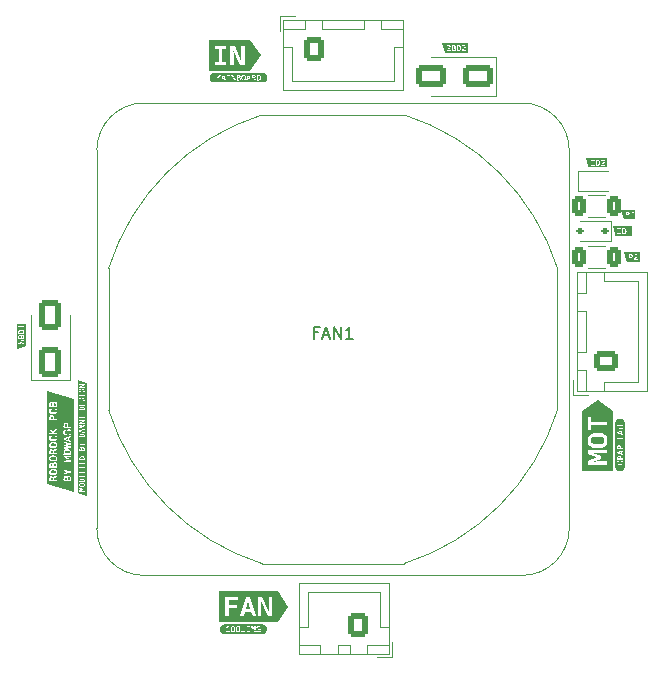
<source format=gto>
G04 #@! TF.GenerationSoftware,KiCad,Pcbnew,7.0.7*
G04 #@! TF.CreationDate,2023-12-27T16:52:26+01:00*
G04 #@! TF.ProjectId,Roborock-CPAP,526f626f-726f-4636-9b2d-435041502e6b,rev?*
G04 #@! TF.SameCoordinates,Original*
G04 #@! TF.FileFunction,Legend,Top*
G04 #@! TF.FilePolarity,Positive*
%FSLAX46Y46*%
G04 Gerber Fmt 4.6, Leading zero omitted, Abs format (unit mm)*
G04 Created by KiCad (PCBNEW 7.0.7) date 2023-12-27 16:52:26*
%MOMM*%
%LPD*%
G01*
G04 APERTURE LIST*
G04 Aperture macros list*
%AMRoundRect*
0 Rectangle with rounded corners*
0 $1 Rounding radius*
0 $2 $3 $4 $5 $6 $7 $8 $9 X,Y pos of 4 corners*
0 Add a 4 corners polygon primitive as box body*
4,1,4,$2,$3,$4,$5,$6,$7,$8,$9,$2,$3,0*
0 Add four circle primitives for the rounded corners*
1,1,$1+$1,$2,$3*
1,1,$1+$1,$4,$5*
1,1,$1+$1,$6,$7*
1,1,$1+$1,$8,$9*
0 Add four rect primitives between the rounded corners*
20,1,$1+$1,$2,$3,$4,$5,0*
20,1,$1+$1,$4,$5,$6,$7,0*
20,1,$1+$1,$6,$7,$8,$9,0*
20,1,$1+$1,$8,$9,$2,$3,0*%
G04 Aperture macros list end*
%ADD10C,0.150000*%
%ADD11C,0.120000*%
%ADD12RoundRect,0.250000X0.312500X0.625000X-0.312500X0.625000X-0.312500X-0.625000X0.312500X-0.625000X0*%
%ADD13R,0.600000X0.450000*%
%ADD14RoundRect,0.250000X1.000000X0.650000X-1.000000X0.650000X-1.000000X-0.650000X1.000000X-0.650000X0*%
%ADD15C,5.600000*%
%ADD16C,3.600000*%
%ADD17RoundRect,0.250000X0.725000X-0.600000X0.725000X0.600000X-0.725000X0.600000X-0.725000X-0.600000X0*%
%ADD18O,1.950000X1.700000*%
%ADD19RoundRect,0.250000X-0.600000X-0.725000X0.600000X-0.725000X0.600000X0.725000X-0.600000X0.725000X0*%
%ADD20O,1.700000X1.950000*%
%ADD21RoundRect,0.250000X0.650000X-1.000000X0.650000X1.000000X-0.650000X1.000000X-0.650000X-1.000000X0*%
%ADD22RoundRect,0.112500X0.187500X0.112500X-0.187500X0.112500X-0.187500X-0.112500X0.187500X-0.112500X0*%
%ADD23RoundRect,0.250000X0.600000X0.750000X-0.600000X0.750000X-0.600000X-0.750000X0.600000X-0.750000X0*%
%ADD24O,1.700000X2.000000*%
G04 APERTURE END LIST*
D10*
X152864285Y-94531009D02*
X152530952Y-94531009D01*
X152530952Y-95054819D02*
X152530952Y-94054819D01*
X152530952Y-94054819D02*
X153007142Y-94054819D01*
X153340476Y-94769104D02*
X153816666Y-94769104D01*
X153245238Y-95054819D02*
X153578571Y-94054819D01*
X153578571Y-94054819D02*
X153911904Y-95054819D01*
X154245238Y-95054819D02*
X154245238Y-94054819D01*
X154245238Y-94054819D02*
X154816666Y-95054819D01*
X154816666Y-95054819D02*
X154816666Y-94054819D01*
X155816666Y-95054819D02*
X155245238Y-95054819D01*
X155530952Y-95054819D02*
X155530952Y-94054819D01*
X155530952Y-94054819D02*
X155435714Y-94197676D01*
X155435714Y-94197676D02*
X155340476Y-94292914D01*
X155340476Y-94292914D02*
X155245238Y-94340533D01*
G36*
X179757886Y-84943144D02*
G01*
X179609057Y-84943144D01*
X179283302Y-84943144D01*
X178926829Y-84943144D01*
X178778001Y-84943144D01*
X178733352Y-84794316D01*
X178926829Y-84794316D01*
X179017555Y-84794316D01*
X179017555Y-84595720D01*
X179063275Y-84595720D01*
X179101137Y-84598488D01*
X179126140Y-84606793D01*
X179151857Y-84649298D01*
X179185433Y-84794316D01*
X179283302Y-84794316D01*
X179242583Y-84642869D01*
X179230349Y-84606971D01*
X179216508Y-84583576D01*
X179171860Y-84561430D01*
X179171860Y-84555001D01*
X179222580Y-84538927D01*
X179244841Y-84510709D01*
X179366884Y-84510709D01*
X179495472Y-84431414D01*
X179523332Y-84408554D01*
X179520475Y-84452845D01*
X179520475Y-84794316D01*
X179609057Y-84794316D01*
X179609057Y-84308541D01*
X179520475Y-84308541D01*
X179366884Y-84416412D01*
X179366884Y-84510709D01*
X179244841Y-84510709D01*
X179247941Y-84506780D01*
X179255442Y-84449273D01*
X179250888Y-84400338D01*
X179237225Y-84363548D01*
X179212758Y-84337116D01*
X179175789Y-84319257D01*
X179143047Y-84311716D01*
X179102446Y-84307192D01*
X179053988Y-84305684D01*
X179011840Y-84306398D01*
X178926829Y-84309256D01*
X178926829Y-84794316D01*
X178733352Y-84794316D01*
X178542114Y-84156856D01*
X178778001Y-84156856D01*
X178926829Y-84156856D01*
X179609057Y-84156856D01*
X179757886Y-84156856D01*
X179757886Y-84943144D01*
G37*
G36*
X179073633Y-84385515D02*
G01*
X179108280Y-84387123D01*
X179153286Y-84401767D01*
X179165430Y-84445701D01*
X179153643Y-84501065D01*
X179109709Y-84516424D01*
X179017555Y-84516424D01*
X179017555Y-84385694D01*
X179048273Y-84384979D01*
X179073633Y-84385515D01*
G37*
D11*
X177177064Y-87240000D02*
X175722936Y-87240000D01*
X177177064Y-89060000D02*
X175722936Y-89060000D01*
X177177064Y-82890000D02*
X175722936Y-82890000D01*
X177177064Y-84710000D02*
X175722936Y-84710000D01*
G36*
X147151682Y-117916687D02*
G01*
X146780207Y-117916687D01*
X146963564Y-117235650D01*
X146968326Y-117235650D01*
X147151682Y-117916687D01*
G37*
G36*
X150370868Y-117750000D02*
G01*
X149500389Y-119055719D01*
X149004295Y-119055719D01*
X147642220Y-119055719D01*
X145330026Y-119055719D01*
X145025226Y-119055719D01*
X144529132Y-119055719D01*
X144529132Y-116940375D01*
X145025226Y-116940375D01*
X145025226Y-118559625D01*
X145330026Y-118559625D01*
X146289670Y-118559625D01*
X146592089Y-118559625D01*
X146708770Y-118171481D01*
X147223120Y-118171481D01*
X147339801Y-118559625D01*
X147642220Y-118559625D01*
X147158826Y-116940375D01*
X147785095Y-116940375D01*
X147785095Y-118559625D01*
X148077989Y-118559625D01*
X148077989Y-117628556D01*
X148044651Y-117290419D01*
X148051795Y-117290419D01*
X148632820Y-118559625D01*
X149004295Y-118559625D01*
X149004295Y-116940375D01*
X148711401Y-116940375D01*
X148711401Y-117871444D01*
X148744739Y-118209581D01*
X148737595Y-118209581D01*
X148156570Y-116940375D01*
X147785095Y-116940375D01*
X147158826Y-116940375D01*
X146773064Y-116940375D01*
X146289670Y-118559625D01*
X145330026Y-118559625D01*
X145330026Y-117883350D01*
X146030114Y-117883350D01*
X146030114Y-117616650D01*
X145330026Y-117616650D01*
X145330026Y-117209456D01*
X146125364Y-117209456D01*
X146125364Y-116940375D01*
X145025226Y-116940375D01*
X144529132Y-116940375D01*
X144529132Y-116444281D01*
X145025226Y-116444281D01*
X149004295Y-116444281D01*
X149500389Y-116444281D01*
X150370868Y-117750000D01*
G37*
X174850000Y-80850000D02*
X174850000Y-82550000D01*
X174850000Y-80850000D02*
X177400000Y-80850000D01*
X174850000Y-82550000D02*
X177400000Y-82550000D01*
X167960000Y-74500000D02*
X167960000Y-71200000D01*
X167960000Y-74500000D02*
X162450000Y-74500000D01*
X167960000Y-71200000D02*
X162450000Y-71200000D01*
X174500000Y-99800000D02*
X175750000Y-99800000D01*
X174790000Y-99510000D02*
X180760000Y-99510000D01*
X180760000Y-99510000D02*
X180760000Y-89390000D01*
X174800000Y-99500000D02*
X175550000Y-99500000D01*
X175550000Y-99500000D02*
X175550000Y-97700000D01*
X177050000Y-99500000D02*
X177050000Y-98750000D01*
X177050000Y-98750000D02*
X180000000Y-98750000D01*
X180000000Y-98750000D02*
X180000000Y-94450000D01*
X174500000Y-98550000D02*
X174500000Y-99800000D01*
X174800000Y-97700000D02*
X174800000Y-99500000D01*
X175550000Y-97700000D02*
X174800000Y-97700000D01*
X174800000Y-96200000D02*
X175550000Y-96200000D01*
X175550000Y-96200000D02*
X175550000Y-92700000D01*
X174800000Y-92700000D02*
X174800000Y-96200000D01*
X175550000Y-92700000D02*
X174800000Y-92700000D01*
X174800000Y-91200000D02*
X175550000Y-91200000D01*
X175550000Y-91200000D02*
X175550000Y-89400000D01*
X177050000Y-90150000D02*
X180000000Y-90150000D01*
X180000000Y-90150000D02*
X180000000Y-94450000D01*
X174800000Y-89400000D02*
X174800000Y-91200000D01*
X175550000Y-89400000D02*
X174800000Y-89400000D01*
X177050000Y-89400000D02*
X177050000Y-90150000D01*
X174790000Y-89390000D02*
X174790000Y-99510000D01*
X180760000Y-89390000D02*
X174790000Y-89390000D01*
X149650000Y-67775000D02*
X149650000Y-69025000D01*
X149940000Y-68065000D02*
X149940000Y-74035000D01*
X149940000Y-74035000D02*
X160060000Y-74035000D01*
X149950000Y-68075000D02*
X149950000Y-68825000D01*
X149950000Y-68825000D02*
X151750000Y-68825000D01*
X149950000Y-70325000D02*
X150700000Y-70325000D01*
X150700000Y-70325000D02*
X150700000Y-73275000D01*
X150700000Y-73275000D02*
X155000000Y-73275000D01*
X150900000Y-67775000D02*
X149650000Y-67775000D01*
X151750000Y-68075000D02*
X149950000Y-68075000D01*
X151750000Y-68825000D02*
X151750000Y-68075000D01*
X153250000Y-68075000D02*
X153250000Y-68825000D01*
X153250000Y-68825000D02*
X156750000Y-68825000D01*
X156750000Y-68075000D02*
X153250000Y-68075000D01*
X156750000Y-68825000D02*
X156750000Y-68075000D01*
X158250000Y-68075000D02*
X158250000Y-68825000D01*
X158250000Y-68825000D02*
X160050000Y-68825000D01*
X159300000Y-70325000D02*
X159300000Y-73275000D01*
X159300000Y-73275000D02*
X155000000Y-73275000D01*
X160050000Y-68075000D02*
X158250000Y-68075000D01*
X160050000Y-68825000D02*
X160050000Y-68075000D01*
X160050000Y-70325000D02*
X159300000Y-70325000D01*
X160060000Y-68065000D02*
X149940000Y-68065000D01*
X160060000Y-74035000D02*
X160060000Y-68065000D01*
X128550000Y-98560000D02*
X131850000Y-98560000D01*
X128550000Y-98560000D02*
X128550000Y-93050000D01*
X131850000Y-98560000D02*
X131850000Y-93050000D01*
G36*
X178752727Y-85782300D02*
G01*
X178786303Y-85784979D01*
X178827469Y-85792748D01*
X178858097Y-85806053D01*
X178879797Y-85826592D01*
X178894173Y-85856060D01*
X178902210Y-85896511D01*
X178904889Y-85950000D01*
X178902121Y-86006525D01*
X178893816Y-86048941D01*
X178878904Y-86079391D01*
X178856312Y-86100019D01*
X178824343Y-86112520D01*
X178781302Y-86118593D01*
X178724867Y-86116449D01*
X178724867Y-85781407D01*
X178752727Y-85782300D01*
G37*
G36*
X179475913Y-86346002D02*
G01*
X179327085Y-86346002D01*
X178759871Y-86346002D01*
X178550559Y-86346002D01*
X178210516Y-86346002D01*
X178061688Y-86346002D01*
X178015325Y-86191459D01*
X178210516Y-86191459D01*
X178550559Y-86191459D01*
X178633426Y-86191459D01*
X178680178Y-86194634D01*
X178722326Y-86196539D01*
X178759871Y-86197174D01*
X178817100Y-86194713D01*
X178864963Y-86187331D01*
X178903460Y-86175028D01*
X178946859Y-86145471D01*
X178975612Y-86101090D01*
X178987518Y-86061839D01*
X178994662Y-86013143D01*
X178997043Y-85955001D01*
X178995294Y-85907852D01*
X179084912Y-85907852D01*
X179213499Y-85828556D01*
X179241360Y-85805696D01*
X179238502Y-85849988D01*
X179238502Y-86191459D01*
X179327085Y-86191459D01*
X179327085Y-85705684D01*
X179238502Y-85705684D01*
X179084912Y-85813554D01*
X179084912Y-85907852D01*
X178995294Y-85907852D01*
X178994980Y-85899398D01*
X178988788Y-85852607D01*
X178978470Y-85814626D01*
X178953377Y-85770603D01*
X178915247Y-85739259D01*
X178881394Y-85724496D01*
X178839365Y-85713542D01*
X178789160Y-85706398D01*
X178754870Y-85703719D01*
X178716294Y-85702826D01*
X178677003Y-85703541D01*
X178633426Y-85705684D01*
X178633426Y-86191459D01*
X178550559Y-86191459D01*
X178550559Y-86108591D01*
X178318387Y-86108591D01*
X178550559Y-85779264D01*
X178550559Y-85705684D01*
X178222661Y-85705684D01*
X178222661Y-85788551D01*
X178441260Y-85788551D01*
X178210516Y-86113592D01*
X178210516Y-86191459D01*
X178015325Y-86191459D01*
X177824087Y-85553998D01*
X178061688Y-85553998D01*
X178210516Y-85553998D01*
X179327085Y-85553998D01*
X179475913Y-85553998D01*
X179475913Y-86346002D01*
G37*
G36*
X145722218Y-119482747D02*
G01*
X145747400Y-119494266D01*
X145765170Y-119514983D01*
X145777046Y-119546416D01*
X145783744Y-119591153D01*
X145785976Y-119651786D01*
X145783744Y-119710633D01*
X145777046Y-119754299D01*
X145765170Y-119785195D01*
X145747400Y-119805734D01*
X145722218Y-119817253D01*
X145688107Y-119821093D01*
X145653906Y-119817253D01*
X145628456Y-119805734D01*
X145610418Y-119785195D01*
X145598452Y-119754299D01*
X145591755Y-119710633D01*
X145589523Y-119651786D01*
X145591755Y-119591600D01*
X145598452Y-119546773D01*
X145610418Y-119515072D01*
X145628456Y-119494266D01*
X145653906Y-119482747D01*
X145688107Y-119478907D01*
X145722218Y-119482747D01*
G37*
G36*
X146150843Y-119482747D02*
G01*
X146176025Y-119494266D01*
X146193795Y-119514983D01*
X146205671Y-119546416D01*
X146212369Y-119591153D01*
X146214601Y-119651786D01*
X146212369Y-119710633D01*
X146205671Y-119754299D01*
X146193795Y-119785195D01*
X146176025Y-119805734D01*
X146150843Y-119817253D01*
X146116732Y-119821093D01*
X146082531Y-119817253D01*
X146057081Y-119805734D01*
X146039043Y-119785195D01*
X146027077Y-119754299D01*
X146020380Y-119710633D01*
X146018148Y-119651786D01*
X146020380Y-119591600D01*
X146027077Y-119546773D01*
X146039043Y-119515072D01*
X146057081Y-119494266D01*
X146082531Y-119482747D01*
X146116732Y-119478907D01*
X146150843Y-119482747D01*
G37*
G36*
X148202000Y-119253417D02*
G01*
X148240684Y-119259155D01*
X148278619Y-119268657D01*
X148315440Y-119281832D01*
X148350792Y-119298552D01*
X148384336Y-119318658D01*
X148415747Y-119341954D01*
X148444723Y-119368216D01*
X148470986Y-119397193D01*
X148494282Y-119428604D01*
X148514387Y-119462147D01*
X148531108Y-119497500D01*
X148544283Y-119534321D01*
X148553785Y-119572256D01*
X148559523Y-119610940D01*
X148561442Y-119650000D01*
X148559523Y-119689060D01*
X148553785Y-119727744D01*
X148544283Y-119765679D01*
X148531108Y-119802500D01*
X148514387Y-119837853D01*
X148494282Y-119871396D01*
X148470986Y-119902807D01*
X148444723Y-119931784D01*
X148415747Y-119958046D01*
X148384336Y-119981342D01*
X148350792Y-120001448D01*
X148315440Y-120018168D01*
X148278619Y-120031343D01*
X148240684Y-120040845D01*
X148202000Y-120046583D01*
X148162940Y-120048502D01*
X148014112Y-120048502D01*
X147849091Y-120048502D01*
X147585487Y-120048502D01*
X147107570Y-120048502D01*
X146726808Y-120048502D01*
X146116732Y-120048502D01*
X145688107Y-120048502D01*
X145277341Y-120048502D01*
X145085888Y-120048502D01*
X144937060Y-120048502D01*
X144898000Y-120046583D01*
X144859316Y-120040845D01*
X144821381Y-120031343D01*
X144784560Y-120018168D01*
X144749208Y-120001448D01*
X144715664Y-119981342D01*
X144684253Y-119958046D01*
X144655277Y-119931784D01*
X144629014Y-119902807D01*
X144605718Y-119871396D01*
X144585613Y-119837853D01*
X144568892Y-119802500D01*
X144555717Y-119765679D01*
X144546215Y-119727744D01*
X144540477Y-119689060D01*
X144538611Y-119651072D01*
X145085888Y-119651072D01*
X145087793Y-119711317D01*
X145093508Y-119761562D01*
X145103033Y-119801805D01*
X145126072Y-119847078D01*
X145160898Y-119877171D01*
X145191933Y-119889673D01*
X145230748Y-119897174D01*
X145277341Y-119899674D01*
X145334402Y-119896549D01*
X145376996Y-119887172D01*
X145407625Y-119870206D01*
X145428788Y-119844310D01*
X145442004Y-119807609D01*
X145448791Y-119758228D01*
X145359494Y-119758228D01*
X145336634Y-119808591D01*
X145313238Y-119818503D01*
X145277341Y-119821807D01*
X145242515Y-119817967D01*
X145216619Y-119806448D01*
X145198313Y-119785821D01*
X145186258Y-119754656D01*
X145179561Y-119710543D01*
X145177355Y-119651786D01*
X145499512Y-119651786D01*
X145501377Y-119712032D01*
X145506973Y-119762276D01*
X145516299Y-119802519D01*
X145538981Y-119847703D01*
X145573449Y-119877528D01*
X145604128Y-119889832D01*
X145642347Y-119897213D01*
X145688107Y-119899674D01*
X145733866Y-119897213D01*
X145772085Y-119889832D01*
X145802764Y-119877528D01*
X145837232Y-119847703D01*
X145859914Y-119802519D01*
X145869240Y-119762276D01*
X145874836Y-119712032D01*
X145876702Y-119651786D01*
X145928137Y-119651786D01*
X145930002Y-119712032D01*
X145935598Y-119762276D01*
X145944924Y-119802519D01*
X145967606Y-119847703D01*
X146002074Y-119877528D01*
X146032753Y-119889832D01*
X146070972Y-119897213D01*
X146116732Y-119899674D01*
X146162491Y-119897213D01*
X146183037Y-119893245D01*
X146839679Y-119893245D01*
X147107570Y-119893245D01*
X147107570Y-119813949D01*
X147018273Y-119813949D01*
X147018273Y-119486765D01*
X147102569Y-119486765D01*
X147102569Y-119407470D01*
X147219727Y-119407470D01*
X147219727Y-119893245D01*
X147307595Y-119893245D01*
X147307595Y-119613924D01*
X147297593Y-119512483D01*
X147299737Y-119512483D01*
X147474044Y-119893245D01*
X147585487Y-119893245D01*
X147585487Y-119650357D01*
X147647637Y-119650357D01*
X147649661Y-119710642D01*
X147655733Y-119761006D01*
X147665854Y-119801447D01*
X147690232Y-119846989D01*
X147726933Y-119877171D01*
X147759556Y-119889673D01*
X147800275Y-119897174D01*
X147849091Y-119899674D01*
X147893025Y-119897710D01*
X147930530Y-119891816D01*
X147968213Y-119880386D01*
X148012683Y-119861812D01*
X148012683Y-119619639D01*
X147825517Y-119619639D01*
X147825517Y-119697506D01*
X147926243Y-119697506D01*
X147926243Y-119806805D01*
X147890882Y-119817878D01*
X147846948Y-119821093D01*
X147808997Y-119817342D01*
X147780868Y-119806091D01*
X147760955Y-119785821D01*
X147747650Y-119755013D01*
X147740149Y-119711347D01*
X147737648Y-119652500D01*
X147739881Y-119592314D01*
X147746578Y-119547487D01*
X147758633Y-119515697D01*
X147776939Y-119494623D01*
X147802835Y-119482836D01*
X147837661Y-119478907D01*
X147888024Y-119484622D01*
X147914813Y-119503553D01*
X147925529Y-119541772D01*
X148014112Y-119541772D01*
X148007771Y-119492480D01*
X147994466Y-119456047D01*
X147972589Y-119430330D01*
X147940531Y-119413185D01*
X147896061Y-119403541D01*
X147836947Y-119400326D01*
X147791187Y-119402826D01*
X147752968Y-119410327D01*
X147722289Y-119422829D01*
X147687731Y-119453011D01*
X147664782Y-119498552D01*
X147655257Y-119539073D01*
X147649542Y-119589675D01*
X147647637Y-119650357D01*
X147585487Y-119650357D01*
X147585487Y-119407470D01*
X147497618Y-119407470D01*
X147497618Y-119686790D01*
X147507620Y-119788232D01*
X147505477Y-119788232D01*
X147331169Y-119407470D01*
X147219727Y-119407470D01*
X147102569Y-119407470D01*
X146844680Y-119407470D01*
X146844680Y-119486765D01*
X146928976Y-119486765D01*
X146928976Y-119813949D01*
X146839679Y-119813949D01*
X146839679Y-119893245D01*
X146183037Y-119893245D01*
X146200710Y-119889832D01*
X146231389Y-119877528D01*
X146265857Y-119847703D01*
X146288539Y-119802519D01*
X146297865Y-119762276D01*
X146303461Y-119712032D01*
X146305327Y-119651786D01*
X146303461Y-119590667D01*
X146297865Y-119539708D01*
X146288539Y-119498910D01*
X146265857Y-119453100D01*
X146231389Y-119422829D01*
X146200710Y-119410327D01*
X146186153Y-119407470D01*
X146389623Y-119407470D01*
X146389623Y-119892530D01*
X146726808Y-119892530D01*
X146726808Y-119812520D01*
X146481063Y-119812520D01*
X146481063Y-119407470D01*
X146389623Y-119407470D01*
X146186153Y-119407470D01*
X146162491Y-119402826D01*
X146116732Y-119400326D01*
X146070972Y-119402826D01*
X146032753Y-119410327D01*
X146002074Y-119422829D01*
X145967606Y-119453100D01*
X145944924Y-119498910D01*
X145935598Y-119539708D01*
X145930002Y-119590667D01*
X145928137Y-119651786D01*
X145876702Y-119651786D01*
X145874836Y-119590667D01*
X145869240Y-119539708D01*
X145859914Y-119498910D01*
X145837232Y-119453100D01*
X145802764Y-119422829D01*
X145772085Y-119410327D01*
X145733866Y-119402826D01*
X145688107Y-119400326D01*
X145642347Y-119402826D01*
X145604128Y-119410327D01*
X145573449Y-119422829D01*
X145538981Y-119453100D01*
X145516299Y-119498910D01*
X145506973Y-119539708D01*
X145501377Y-119590667D01*
X145499512Y-119651786D01*
X145177355Y-119651786D01*
X145177328Y-119651072D01*
X145179561Y-119590885D01*
X145186258Y-119546058D01*
X145198313Y-119514358D01*
X145216619Y-119493552D01*
X145242515Y-119482033D01*
X145277341Y-119478193D01*
X145309845Y-119481765D01*
X145331633Y-119492480D01*
X145345742Y-119513019D01*
X145355208Y-119546058D01*
X145444505Y-119546058D01*
X145438968Y-119495427D01*
X145426645Y-119457833D01*
X145406107Y-119431223D01*
X145375925Y-119413542D01*
X145333777Y-119403630D01*
X145277341Y-119400326D01*
X145230748Y-119402826D01*
X145191933Y-119410327D01*
X145160898Y-119422829D01*
X145126072Y-119453100D01*
X145103033Y-119498910D01*
X145093508Y-119539629D01*
X145087793Y-119590350D01*
X145085888Y-119651072D01*
X144538611Y-119651072D01*
X144538558Y-119650000D01*
X144540477Y-119610940D01*
X144546215Y-119572256D01*
X144555717Y-119534321D01*
X144568892Y-119497500D01*
X144585613Y-119462147D01*
X144605718Y-119428604D01*
X144629014Y-119397193D01*
X144655277Y-119368216D01*
X144684253Y-119341954D01*
X144715664Y-119318658D01*
X144749208Y-119298552D01*
X144784560Y-119281832D01*
X144821381Y-119268657D01*
X144859316Y-119259155D01*
X144898000Y-119253417D01*
X144937060Y-119251498D01*
X145085888Y-119251498D01*
X148014112Y-119251498D01*
X148162940Y-119251498D01*
X148202000Y-119253417D01*
G37*
X177710000Y-86750000D02*
X177710000Y-85050000D01*
X177710000Y-86750000D02*
X175050000Y-86750000D01*
X177710000Y-85050000D02*
X175050000Y-85050000D01*
G36*
X179334986Y-87987658D02*
G01*
X179369633Y-87989266D01*
X179414638Y-88003910D01*
X179426783Y-88047844D01*
X179414996Y-88103208D01*
X179371062Y-88118567D01*
X179278907Y-88118567D01*
X179278907Y-87987837D01*
X179309625Y-87987122D01*
X179334986Y-87987658D01*
G37*
G36*
X180097819Y-88545288D02*
G01*
X179948991Y-88545288D01*
X179544655Y-88545288D01*
X179188182Y-88545288D01*
X179039353Y-88545288D01*
X178994704Y-88396459D01*
X179188182Y-88396459D01*
X179278907Y-88396459D01*
X179278907Y-88197863D01*
X179324627Y-88197863D01*
X179362489Y-88200631D01*
X179387492Y-88208936D01*
X179413210Y-88251441D01*
X179446785Y-88396459D01*
X179544655Y-88396459D01*
X179503935Y-88245012D01*
X179491702Y-88209115D01*
X179477861Y-88185719D01*
X179433212Y-88163573D01*
X179433212Y-88157144D01*
X179483933Y-88141070D01*
X179509293Y-88108923D01*
X179516794Y-88051416D01*
X179516329Y-88046416D01*
X179603948Y-88046416D01*
X179695388Y-88046416D01*
X179705389Y-88006768D01*
X179730035Y-87986765D01*
X179776827Y-87980693D01*
X179823261Y-87986408D01*
X179846478Y-88005339D01*
X179853265Y-88043558D01*
X179848264Y-88076419D01*
X179829690Y-88103566D01*
X179797365Y-88133748D01*
X179756110Y-88168574D01*
X179730124Y-88189380D01*
X179697888Y-88214651D01*
X179659401Y-88244387D01*
X179614663Y-88278587D01*
X179614663Y-88396459D01*
X179948991Y-88396459D01*
X179948991Y-88316449D01*
X179706818Y-88316449D01*
X179706818Y-88310020D01*
X179749244Y-88279937D01*
X179785082Y-88253505D01*
X179814331Y-88230724D01*
X179852997Y-88197685D01*
X179891127Y-88161430D01*
X179916308Y-88132855D01*
X179931846Y-88107137D01*
X179939883Y-88079455D01*
X179942562Y-88044987D01*
X179938811Y-87995606D01*
X179927560Y-87958905D01*
X179907468Y-87933009D01*
X179877196Y-87916042D01*
X179834244Y-87906666D01*
X179776112Y-87903541D01*
X179718337Y-87906755D01*
X179675028Y-87916399D01*
X179643953Y-87933634D01*
X179622879Y-87959619D01*
X179610109Y-87996499D01*
X179603948Y-88046416D01*
X179516329Y-88046416D01*
X179512240Y-88002482D01*
X179498577Y-87965691D01*
X179474110Y-87939259D01*
X179437141Y-87921400D01*
X179404399Y-87913859D01*
X179363799Y-87909335D01*
X179315340Y-87907827D01*
X179273192Y-87908541D01*
X179188182Y-87911399D01*
X179188182Y-88396459D01*
X178994704Y-88396459D01*
X178802181Y-87754712D01*
X179039353Y-87754712D01*
X179188182Y-87754712D01*
X179948991Y-87754712D01*
X180097819Y-87754712D01*
X180097819Y-88545288D01*
G37*
G36*
X178500363Y-104753302D02*
G01*
X178296052Y-104698295D01*
X178296052Y-104696867D01*
X178500363Y-104641860D01*
X178500363Y-104753302D01*
G37*
G36*
X178500363Y-103038802D02*
G01*
X178296052Y-102983795D01*
X178296052Y-102982367D01*
X178500363Y-102927360D01*
X178500363Y-103038802D01*
G37*
G36*
X178406066Y-105046910D02*
G01*
X178429640Y-105081200D01*
X178434998Y-105110490D01*
X178436784Y-105149780D01*
X178436784Y-105194786D01*
X178284622Y-105194786D01*
X178284622Y-105162639D01*
X178286319Y-105118973D01*
X178291409Y-105086558D01*
X178313912Y-105048339D01*
X178358917Y-105036909D01*
X178406066Y-105046910D01*
G37*
G36*
X178406066Y-104189660D02*
G01*
X178429640Y-104223950D01*
X178434998Y-104253240D01*
X178436784Y-104292530D01*
X178436784Y-104337536D01*
X178284622Y-104337536D01*
X178284622Y-104305389D01*
X178286319Y-104261723D01*
X178291409Y-104229308D01*
X178313912Y-104191089D01*
X178358917Y-104179659D01*
X178406066Y-104189660D01*
G37*
G36*
X178848502Y-102780198D02*
G01*
X178848502Y-103473857D01*
X178848502Y-104337536D01*
X178848502Y-104494698D01*
X178848502Y-105194786D01*
X178848502Y-105536972D01*
X178848502Y-105728424D01*
X178848502Y-105877252D01*
X178846583Y-105916312D01*
X178840845Y-105954996D01*
X178831343Y-105992931D01*
X178818168Y-106029752D01*
X178801448Y-106065105D01*
X178781342Y-106098648D01*
X178758046Y-106130059D01*
X178731784Y-106159036D01*
X178702807Y-106185299D01*
X178671396Y-106208595D01*
X178637853Y-106228700D01*
X178602500Y-106245420D01*
X178565679Y-106258595D01*
X178527744Y-106268097D01*
X178489060Y-106273835D01*
X178450000Y-106275754D01*
X178410940Y-106273835D01*
X178372256Y-106268097D01*
X178334321Y-106258595D01*
X178297500Y-106245420D01*
X178262147Y-106228700D01*
X178228604Y-106208595D01*
X178197193Y-106185299D01*
X178168216Y-106159036D01*
X178141954Y-106130059D01*
X178118658Y-106098648D01*
X178098552Y-106065105D01*
X178081832Y-106029752D01*
X178068657Y-105992931D01*
X178059155Y-105954996D01*
X178053417Y-105916312D01*
X178051498Y-105877252D01*
X178051498Y-105728424D01*
X178051498Y-105536972D01*
X178200326Y-105536972D01*
X178202826Y-105583565D01*
X178210327Y-105622379D01*
X178222829Y-105653415D01*
X178253100Y-105688240D01*
X178298910Y-105711279D01*
X178339629Y-105720804D01*
X178390350Y-105726519D01*
X178451072Y-105728424D01*
X178511317Y-105726519D01*
X178561562Y-105720804D01*
X178601805Y-105711279D01*
X178647078Y-105688240D01*
X178677171Y-105653415D01*
X178689673Y-105622379D01*
X178697174Y-105583565D01*
X178699674Y-105536972D01*
X178696549Y-105479911D01*
X178687172Y-105437316D01*
X178670206Y-105406687D01*
X178644310Y-105385524D01*
X178607609Y-105372308D01*
X178558228Y-105365522D01*
X178558228Y-105454818D01*
X178608591Y-105477678D01*
X178618503Y-105501074D01*
X178621807Y-105536972D01*
X178617967Y-105571797D01*
X178606448Y-105597693D01*
X178585821Y-105615999D01*
X178554656Y-105628054D01*
X178510543Y-105634752D01*
X178451072Y-105636984D01*
X178390885Y-105634752D01*
X178346058Y-105628054D01*
X178314358Y-105615999D01*
X178293552Y-105597693D01*
X178282033Y-105571797D01*
X178278193Y-105536972D01*
X178281765Y-105504468D01*
X178292480Y-105482679D01*
X178313019Y-105468570D01*
X178346058Y-105459105D01*
X178346058Y-105369808D01*
X178295427Y-105375344D01*
X178257833Y-105387667D01*
X178231223Y-105408205D01*
X178213542Y-105438388D01*
X178203630Y-105480536D01*
X178200326Y-105536972D01*
X178051498Y-105536972D01*
X178051498Y-105174783D01*
X178205327Y-105174783D01*
X178207470Y-105286226D01*
X178693245Y-105286226D01*
X178693245Y-105194786D01*
X178516080Y-105194786D01*
X178516080Y-105142637D01*
X178514532Y-105095091D01*
X178509888Y-105055324D01*
X178502149Y-105023336D01*
X178483486Y-104987349D01*
X178455358Y-104963686D01*
X178415531Y-104950559D01*
X178361775Y-104946183D01*
X178307304Y-104951273D01*
X178266763Y-104966543D01*
X178238099Y-104994047D01*
X178219257Y-105035838D01*
X178211518Y-105073025D01*
X178206874Y-105119340D01*
X178205327Y-105174783D01*
X178051498Y-105174783D01*
X178051498Y-104755445D01*
X178207470Y-104755445D01*
X178693245Y-104900463D01*
X178693245Y-104809738D01*
X178576802Y-104774733D01*
X178576802Y-104620428D01*
X178693245Y-104585424D01*
X178693245Y-104494698D01*
X178207470Y-104639717D01*
X178207470Y-104755445D01*
X178051498Y-104755445D01*
X178051498Y-104317533D01*
X178205327Y-104317533D01*
X178207470Y-104428976D01*
X178693245Y-104428976D01*
X178693245Y-104337536D01*
X178516080Y-104337536D01*
X178516080Y-104285387D01*
X178514532Y-104237841D01*
X178509888Y-104198074D01*
X178502149Y-104166086D01*
X178483486Y-104130099D01*
X178455358Y-104106436D01*
X178415531Y-104093309D01*
X178361775Y-104088933D01*
X178307304Y-104094023D01*
X178266763Y-104109293D01*
X178238099Y-104136797D01*
X178219257Y-104178588D01*
X178211518Y-104215775D01*
X178206874Y-104262090D01*
X178205327Y-104317533D01*
X178051498Y-104317533D01*
X178051498Y-103565297D01*
X178207470Y-103565297D01*
X178693245Y-103565297D01*
X178693245Y-103473857D01*
X178490362Y-103473857D01*
X178490362Y-103263830D01*
X178410352Y-103263830D01*
X178410352Y-103473857D01*
X178288194Y-103473857D01*
X178288194Y-103235255D01*
X178207470Y-103235255D01*
X178207470Y-103565297D01*
X178051498Y-103565297D01*
X178051498Y-103040945D01*
X178207470Y-103040945D01*
X178693245Y-103185963D01*
X178693245Y-103095238D01*
X178576802Y-103060233D01*
X178576802Y-102905928D01*
X178693245Y-102870924D01*
X178693245Y-102780198D01*
X178207470Y-102925217D01*
X178207470Y-103040945D01*
X178051498Y-103040945D01*
X178051498Y-102737336D01*
X178207470Y-102737336D01*
X178693245Y-102737336D01*
X178693245Y-102649468D01*
X178413924Y-102649468D01*
X178312483Y-102659469D01*
X178312483Y-102657326D01*
X178693245Y-102483018D01*
X178693245Y-102371576D01*
X178207470Y-102371576D01*
X178207470Y-102459444D01*
X178486790Y-102459444D01*
X178588232Y-102449443D01*
X178588232Y-102451586D01*
X178207470Y-102625893D01*
X178207470Y-102737336D01*
X178051498Y-102737336D01*
X178051498Y-102371576D01*
X178051498Y-102222748D01*
X178053417Y-102183688D01*
X178059155Y-102145004D01*
X178068657Y-102107069D01*
X178081832Y-102070248D01*
X178098552Y-102034895D01*
X178118658Y-102001352D01*
X178141954Y-101969941D01*
X178168216Y-101940964D01*
X178197193Y-101914701D01*
X178228604Y-101891405D01*
X178262147Y-101871300D01*
X178297500Y-101854580D01*
X178334321Y-101841405D01*
X178372256Y-101831903D01*
X178410940Y-101826165D01*
X178450000Y-101824246D01*
X178489060Y-101826165D01*
X178527744Y-101831903D01*
X178565679Y-101841405D01*
X178602500Y-101854580D01*
X178637853Y-101871300D01*
X178671396Y-101891405D01*
X178702807Y-101914701D01*
X178731784Y-101940964D01*
X178758046Y-101969941D01*
X178781342Y-102001352D01*
X178801448Y-102034895D01*
X178818168Y-102070248D01*
X178831343Y-102107069D01*
X178840845Y-102145004D01*
X178846583Y-102183688D01*
X178848502Y-102222748D01*
X178848502Y-102371576D01*
X178848502Y-102780198D01*
G37*
G36*
X164370954Y-70283908D02*
G01*
X164405155Y-70289801D01*
X164426318Y-70300338D01*
X164440963Y-70345344D01*
X164429890Y-70389992D01*
X164388099Y-70403208D01*
X164288087Y-70403208D01*
X164288087Y-70281765D01*
X164311661Y-70281765D01*
X164370954Y-70283908D01*
G37*
G36*
X164424890Y-70487862D02*
G01*
X164452036Y-70508936D01*
X164460251Y-70551798D01*
X164450250Y-70593589D01*
X164417032Y-70614306D01*
X164388724Y-70618860D01*
X164350238Y-70620378D01*
X164320412Y-70620021D01*
X164288087Y-70618950D01*
X164288087Y-70481790D01*
X164370240Y-70481790D01*
X164424890Y-70487862D01*
G37*
G36*
X164736714Y-70284086D02*
G01*
X164770290Y-70286765D01*
X164811456Y-70294534D01*
X164842085Y-70307839D01*
X164863784Y-70328378D01*
X164878161Y-70357846D01*
X164886197Y-70398297D01*
X164888876Y-70451786D01*
X164886108Y-70508311D01*
X164877803Y-70550727D01*
X164862891Y-70581177D01*
X164840299Y-70601805D01*
X164808330Y-70614306D01*
X164765289Y-70620378D01*
X164708854Y-70618235D01*
X164708854Y-70283193D01*
X164736714Y-70284086D01*
G37*
G36*
X165538481Y-70848502D02*
G01*
X165389653Y-70848502D01*
X164743858Y-70848502D01*
X164338093Y-70848502D01*
X163937329Y-70848502D01*
X163749448Y-70848502D01*
X163600620Y-70848502D01*
X163510109Y-70546798D01*
X163751591Y-70546798D01*
X163754092Y-70600019D01*
X163765879Y-70639667D01*
X163788292Y-70667706D01*
X163822672Y-70686101D01*
X163871517Y-70696281D01*
X163937329Y-70699674D01*
X164001176Y-70696638D01*
X164026185Y-70691816D01*
X164198076Y-70691816D01*
X164247923Y-70695785D01*
X164294596Y-70698166D01*
X164338093Y-70698960D01*
X164389965Y-70697571D01*
X164433184Y-70693403D01*
X164433970Y-70693245D01*
X164617414Y-70693245D01*
X164664166Y-70696420D01*
X164706314Y-70698325D01*
X164743858Y-70698960D01*
X164801088Y-70696499D01*
X164848951Y-70689117D01*
X164887448Y-70676814D01*
X164930846Y-70647257D01*
X164959599Y-70602876D01*
X164971506Y-70563625D01*
X164978649Y-70514929D01*
X164981031Y-70456787D01*
X164978967Y-70401184D01*
X164972776Y-70354393D01*
X164969735Y-70343201D01*
X165044610Y-70343201D01*
X165136050Y-70343201D01*
X165146051Y-70303553D01*
X165170697Y-70283551D01*
X165217489Y-70277478D01*
X165263923Y-70283193D01*
X165287140Y-70302124D01*
X165293927Y-70340343D01*
X165288926Y-70373205D01*
X165270353Y-70400351D01*
X165238027Y-70430533D01*
X165196772Y-70465359D01*
X165170787Y-70486165D01*
X165138550Y-70511436D01*
X165100063Y-70541172D01*
X165055326Y-70575373D01*
X165055326Y-70693245D01*
X165389653Y-70693245D01*
X165389653Y-70613235D01*
X165147480Y-70613235D01*
X165147480Y-70606805D01*
X165189906Y-70576722D01*
X165225744Y-70550290D01*
X165254993Y-70527510D01*
X165293659Y-70494470D01*
X165331789Y-70458215D01*
X165356971Y-70429640D01*
X165372508Y-70403923D01*
X165380545Y-70376241D01*
X165383224Y-70341772D01*
X165379473Y-70292391D01*
X165368222Y-70255690D01*
X165348130Y-70229794D01*
X165317858Y-70212827D01*
X165274907Y-70203451D01*
X165216774Y-70200326D01*
X165158999Y-70203541D01*
X165115690Y-70213185D01*
X165084615Y-70230419D01*
X165063541Y-70256404D01*
X165050772Y-70293284D01*
X165044610Y-70343201D01*
X164969735Y-70343201D01*
X164962457Y-70316412D01*
X164937364Y-70272389D01*
X164899235Y-70241045D01*
X164865381Y-70226282D01*
X164823352Y-70215328D01*
X164773148Y-70208184D01*
X164738858Y-70205505D01*
X164700281Y-70204612D01*
X164660991Y-70205327D01*
X164617414Y-70207470D01*
X164617414Y-70693245D01*
X164433970Y-70693245D01*
X164467752Y-70686458D01*
X164506596Y-70669581D01*
X164532403Y-70643953D01*
X164546869Y-70607520D01*
X164551691Y-70558228D01*
X164549816Y-70523045D01*
X164544190Y-70496077D01*
X164518473Y-70460358D01*
X164466681Y-70441785D01*
X164466681Y-70437498D01*
X164497488Y-70426247D01*
X164517044Y-70408209D01*
X164527492Y-70380170D01*
X164530974Y-70338915D01*
X164526063Y-70292034D01*
X164511329Y-70257119D01*
X164484987Y-70232384D01*
X164445249Y-70216042D01*
X164409928Y-70209295D01*
X164365874Y-70205247D01*
X164315715Y-70203965D01*
X164198076Y-70206041D01*
X164198076Y-70691816D01*
X164026185Y-70691816D01*
X164048414Y-70687530D01*
X164081722Y-70671099D01*
X164103778Y-70646096D01*
X164116101Y-70610734D01*
X164120209Y-70563228D01*
X164116815Y-70524206D01*
X164106636Y-70492862D01*
X164088508Y-70467413D01*
X164061273Y-70446071D01*
X164022786Y-70426961D01*
X163970904Y-70408209D01*
X163910986Y-70387581D01*
X163872678Y-70369990D01*
X163845174Y-70333200D01*
X163853033Y-70299624D01*
X163879107Y-70283193D01*
X163931614Y-70278193D01*
X163982692Y-70283551D01*
X164009123Y-70301410D01*
X164019482Y-70337486D01*
X164110208Y-70337486D01*
X164106636Y-70289444D01*
X164094491Y-70253904D01*
X164072792Y-70228901D01*
X164040556Y-70212470D01*
X163995282Y-70203362D01*
X163934471Y-70200326D01*
X163872410Y-70203273D01*
X163826243Y-70212113D01*
X163793561Y-70227919D01*
X163771951Y-70251761D01*
X163759896Y-70285337D01*
X163755878Y-70330342D01*
X163759271Y-70365525D01*
X163769451Y-70393922D01*
X163787757Y-70417228D01*
X163815528Y-70437141D01*
X163854908Y-70455269D01*
X163908039Y-70473217D01*
X163950455Y-70487058D01*
X163981977Y-70500006D01*
X164019482Y-70527510D01*
X164030912Y-70563943D01*
X164023054Y-70599304D01*
X163996265Y-70616807D01*
X163943044Y-70621807D01*
X163908307Y-70620200D01*
X163882679Y-70615378D01*
X163852318Y-70592875D01*
X163840888Y-70546798D01*
X163751591Y-70546798D01*
X163510109Y-70546798D01*
X163361519Y-70051498D01*
X163600620Y-70051498D01*
X163749448Y-70051498D01*
X165389653Y-70051498D01*
X165538481Y-70051498D01*
X165538481Y-70848502D01*
G37*
G36*
X176752109Y-103351368D02*
G01*
X176897662Y-103373693D01*
X177000652Y-103413281D01*
X177069112Y-103472515D01*
X177107510Y-103556454D01*
X177120309Y-103670158D01*
X177107510Y-103784161D01*
X177069112Y-103868993D01*
X177000652Y-103929119D01*
X176897662Y-103969005D01*
X176752109Y-103991329D01*
X176555953Y-103998771D01*
X176355333Y-103991329D01*
X176205909Y-103969005D01*
X176100241Y-103929119D01*
X176030887Y-103868993D01*
X175992490Y-103784161D01*
X175979691Y-103670158D01*
X175992490Y-103556454D01*
X176030887Y-103472515D01*
X176099944Y-103413281D01*
X176204719Y-103373693D01*
X176353845Y-103351368D01*
X176555953Y-103343927D01*
X176752109Y-103351368D01*
G37*
G36*
X177878341Y-103670158D02*
G01*
X177878341Y-104465496D01*
X177878341Y-105729940D01*
X177878341Y-106226033D01*
X175221659Y-106226033D01*
X175221659Y-105729940D01*
X175741566Y-105729940D01*
X177360816Y-105729940D01*
X177360816Y-105448952D01*
X176541666Y-105448952D01*
X176120184Y-105477527D01*
X176120184Y-105468002D01*
X176820272Y-105217971D01*
X176820272Y-104977465D01*
X176120184Y-104727433D01*
X176120184Y-104717908D01*
X176541666Y-104746483D01*
X177360816Y-104746483D01*
X177360816Y-104465496D01*
X175741566Y-104465496D01*
X175741566Y-104820302D01*
X176517853Y-105084621D01*
X176517853Y-105110815D01*
X175741566Y-105370371D01*
X175741566Y-105729940D01*
X175221659Y-105729940D01*
X175221659Y-103670158D01*
X175717753Y-103670158D01*
X175726088Y-103822691D01*
X175751091Y-103950088D01*
X175792762Y-104052349D01*
X175893668Y-104167244D01*
X176046366Y-104242849D01*
X176182361Y-104273938D01*
X176352224Y-104292591D01*
X176555953Y-104298808D01*
X176756772Y-104292591D01*
X176924253Y-104273938D01*
X177058397Y-104242849D01*
X177209011Y-104167244D01*
X177308428Y-104052349D01*
X177349439Y-103950088D01*
X177374045Y-103822691D01*
X177382247Y-103670158D01*
X177374045Y-103517626D01*
X177349439Y-103390229D01*
X177308428Y-103287968D01*
X177209011Y-103173072D01*
X177058397Y-103097468D01*
X176924253Y-103066379D01*
X176756772Y-103047726D01*
X176555953Y-103041508D01*
X176352224Y-103047726D01*
X176182361Y-103066379D01*
X176046366Y-103097468D01*
X175893668Y-103173072D01*
X175792762Y-103287968D01*
X175751091Y-103390229D01*
X175726088Y-103517626D01*
X175717753Y-103670158D01*
X175221659Y-103670158D01*
X175221659Y-102827196D01*
X175741566Y-102827196D01*
X176013028Y-102827196D01*
X176013028Y-102393808D01*
X177360816Y-102393808D01*
X177360816Y-102089008D01*
X176013028Y-102089008D01*
X176013028Y-101655621D01*
X175741566Y-101655621D01*
X175741566Y-102827196D01*
X175221659Y-102827196D01*
X175221659Y-101655621D01*
X175221659Y-101159527D01*
X176550000Y-100273967D01*
X177878341Y-101159527D01*
X177878341Y-101655621D01*
X177878341Y-102089008D01*
X177878341Y-103670158D01*
G37*
G36*
X176514079Y-79984444D02*
G01*
X176547655Y-79987122D01*
X176588821Y-79994891D01*
X176619450Y-80008197D01*
X176641149Y-80028735D01*
X176655526Y-80058203D01*
X176663562Y-80098654D01*
X176666241Y-80152143D01*
X176663473Y-80208668D01*
X176655169Y-80251084D01*
X176640256Y-80281534D01*
X176617664Y-80302162D01*
X176585696Y-80314663D01*
X176542654Y-80320736D01*
X176486219Y-80318593D01*
X176486219Y-79983551D01*
X176514079Y-79984444D01*
G37*
G36*
X177315846Y-80548145D02*
G01*
X177167018Y-80548145D01*
X176521223Y-80548145D01*
X176311911Y-80548145D01*
X175971869Y-80548145D01*
X175823041Y-80548145D01*
X175776678Y-80393602D01*
X175971869Y-80393602D01*
X176311911Y-80393602D01*
X176394779Y-80393602D01*
X176441531Y-80396777D01*
X176483679Y-80398682D01*
X176521223Y-80399317D01*
X176578453Y-80396856D01*
X176626316Y-80389474D01*
X176664813Y-80377171D01*
X176708211Y-80347614D01*
X176736964Y-80303233D01*
X176748871Y-80263982D01*
X176756014Y-80215286D01*
X176758396Y-80157144D01*
X176756332Y-80101542D01*
X176750141Y-80054750D01*
X176747100Y-80043558D01*
X176821975Y-80043558D01*
X176913415Y-80043558D01*
X176923416Y-80003910D01*
X176948062Y-79983908D01*
X176994854Y-79977836D01*
X177041288Y-79983551D01*
X177064505Y-80002482D01*
X177071292Y-80040701D01*
X177066291Y-80073562D01*
X177047718Y-80100708D01*
X177015392Y-80130890D01*
X176974137Y-80165716D01*
X176948152Y-80186522D01*
X176915915Y-80211793D01*
X176877428Y-80241529D01*
X176832691Y-80275730D01*
X176832691Y-80393602D01*
X177167018Y-80393602D01*
X177167018Y-80313592D01*
X176924845Y-80313592D01*
X176924845Y-80307162D01*
X176967271Y-80277079D01*
X177003109Y-80250647D01*
X177032359Y-80227867D01*
X177071024Y-80194827D01*
X177109154Y-80158572D01*
X177134336Y-80129997D01*
X177149873Y-80104280D01*
X177157910Y-80076598D01*
X177160589Y-80042129D01*
X177156838Y-79992748D01*
X177145587Y-79956047D01*
X177125495Y-79930151D01*
X177095224Y-79913185D01*
X177052272Y-79903809D01*
X176994139Y-79900683D01*
X176936364Y-79903898D01*
X176893055Y-79913542D01*
X176861980Y-79930776D01*
X176840906Y-79956762D01*
X176828137Y-79993641D01*
X176821975Y-80043558D01*
X176747100Y-80043558D01*
X176739822Y-80016769D01*
X176714730Y-79972746D01*
X176676600Y-79941402D01*
X176642746Y-79926639D01*
X176600717Y-79915685D01*
X176550513Y-79908541D01*
X176516223Y-79905862D01*
X176477646Y-79904969D01*
X176438356Y-79905684D01*
X176394779Y-79907827D01*
X176394779Y-80393602D01*
X176311911Y-80393602D01*
X176311911Y-80310734D01*
X176079739Y-80310734D01*
X176311911Y-79981407D01*
X176311911Y-79907827D01*
X175984013Y-79907827D01*
X175984013Y-79990694D01*
X176202612Y-79990694D01*
X175971869Y-80315735D01*
X175971869Y-80393602D01*
X175776678Y-80393602D01*
X175584154Y-79751855D01*
X175823041Y-79751855D01*
X175971869Y-79751855D01*
X177167018Y-79751855D01*
X177315846Y-79751855D01*
X177315846Y-80548145D01*
G37*
G36*
X148024346Y-71050000D02*
G01*
X147153867Y-72355719D01*
X146657773Y-72355719D01*
X145064717Y-72355719D01*
X144171748Y-72355719D01*
X143675654Y-72355719D01*
X143675654Y-71859625D01*
X144171748Y-71859625D01*
X145064717Y-71859625D01*
X145064717Y-71595306D01*
X144767060Y-71595306D01*
X144767060Y-70504694D01*
X145048048Y-70504694D01*
X145048048Y-70240375D01*
X145438573Y-70240375D01*
X145438573Y-71859625D01*
X145731467Y-71859625D01*
X145731467Y-70928556D01*
X145698129Y-70590419D01*
X145705273Y-70590419D01*
X146286298Y-71859625D01*
X146657773Y-71859625D01*
X146657773Y-70240375D01*
X146364879Y-70240375D01*
X146364879Y-71171444D01*
X146398217Y-71509581D01*
X146391073Y-71509581D01*
X145810048Y-70240375D01*
X145438573Y-70240375D01*
X145048048Y-70240375D01*
X144188417Y-70240375D01*
X144188417Y-70504694D01*
X144469404Y-70504694D01*
X144469404Y-71595306D01*
X144171748Y-71595306D01*
X144171748Y-71859625D01*
X143675654Y-71859625D01*
X143675654Y-69744281D01*
X144171748Y-69744281D01*
X146657773Y-69744281D01*
X147153867Y-69744281D01*
X148024346Y-71050000D01*
G37*
G36*
X132938888Y-102925172D02*
G01*
X132757278Y-102876277D01*
X132757278Y-102875007D01*
X132938888Y-102826112D01*
X132938888Y-102925172D01*
G37*
G36*
X132840780Y-104341540D02*
G01*
X132852528Y-104378687D01*
X132852528Y-104467587D01*
X132744578Y-104467587D01*
X132744578Y-104446632D01*
X132746483Y-104393927D01*
X132751721Y-104363527D01*
X132761088Y-104344715D01*
X132801093Y-104331697D01*
X132840780Y-104341540D01*
G37*
G36*
X133021755Y-104323442D02*
G01*
X133040170Y-104352970D01*
X133044218Y-104378132D01*
X133045568Y-104412342D01*
X133045250Y-104438854D01*
X133044298Y-104467587D01*
X132922378Y-104467587D01*
X132922378Y-104394562D01*
X132927775Y-104345985D01*
X132946508Y-104321855D01*
X132984608Y-104314552D01*
X133021755Y-104323442D01*
G37*
G36*
X132945952Y-106984013D02*
G01*
X132983655Y-106991395D01*
X133010722Y-107004651D01*
X133029058Y-107024732D01*
X133040170Y-107053149D01*
X133045568Y-107091407D01*
X133043663Y-107141572D01*
X132745848Y-107141572D01*
X132746641Y-107116807D01*
X132749023Y-107086962D01*
X132755928Y-107050371D01*
X132767755Y-107023145D01*
X132786011Y-107003857D01*
X132812205Y-106991077D01*
X132848162Y-106983934D01*
X132895708Y-106981552D01*
X132945952Y-106984013D01*
G37*
G36*
X132945952Y-105079013D02*
G01*
X132983655Y-105086395D01*
X133010722Y-105099651D01*
X133029058Y-105119732D01*
X133040170Y-105148149D01*
X133045568Y-105186407D01*
X133043663Y-105236572D01*
X132745848Y-105236572D01*
X132746641Y-105211807D01*
X132749023Y-105181962D01*
X132755928Y-105145371D01*
X132767755Y-105118145D01*
X132786011Y-105098857D01*
X132812205Y-105086077D01*
X132848162Y-105078934D01*
X132895708Y-105076552D01*
X132945952Y-105079013D01*
G37*
G36*
X132945952Y-103174013D02*
G01*
X132983655Y-103181395D01*
X133010722Y-103194651D01*
X133029058Y-103214732D01*
X133040170Y-103243149D01*
X133045568Y-103281407D01*
X133043663Y-103331572D01*
X132745848Y-103331572D01*
X132746641Y-103306807D01*
X132749023Y-103276962D01*
X132755928Y-103240371D01*
X132767755Y-103213145D01*
X132786011Y-103193857D01*
X132812205Y-103181077D01*
X132848162Y-103173934D01*
X132895708Y-103171552D01*
X132945952Y-103174013D01*
G37*
G36*
X132945952Y-100888013D02*
G01*
X132983655Y-100895395D01*
X133010722Y-100908651D01*
X133029058Y-100928732D01*
X133040170Y-100957149D01*
X133045568Y-100995407D01*
X133043663Y-101045572D01*
X132745848Y-101045572D01*
X132746641Y-101020807D01*
X132749023Y-100990962D01*
X132755928Y-100954371D01*
X132767755Y-100927145D01*
X132786011Y-100907857D01*
X132812205Y-100895077D01*
X132848162Y-100887934D01*
X132895708Y-100885552D01*
X132945952Y-100888013D01*
G37*
G36*
X132948016Y-107362632D02*
G01*
X132986830Y-107368585D01*
X133014294Y-107379142D01*
X133032550Y-107394937D01*
X133042789Y-107417321D01*
X133046203Y-107447642D01*
X133042789Y-107478043D01*
X133032550Y-107500665D01*
X133014294Y-107516699D01*
X132986830Y-107527335D01*
X132948016Y-107533288D01*
X132895708Y-107535272D01*
X132842209Y-107533288D01*
X132802363Y-107527335D01*
X132774184Y-107516699D01*
X132755690Y-107500665D01*
X132745451Y-107478043D01*
X132742038Y-107447642D01*
X132745451Y-107417321D01*
X132755690Y-107394937D01*
X132774105Y-107379142D01*
X132802045Y-107368585D01*
X132841812Y-107362632D01*
X132895708Y-107360647D01*
X132948016Y-107362632D01*
G37*
G36*
X133360104Y-99430767D02*
G01*
X133360104Y-99708897D01*
X133360104Y-100207372D01*
X133360104Y-100438512D01*
X133360104Y-101014457D01*
X133360104Y-101187177D01*
X133360104Y-101613897D01*
X133360104Y-101951082D01*
X133360104Y-102332082D01*
X133360104Y-102695302D01*
X133360104Y-103300457D01*
X133360104Y-103978002D01*
X133360104Y-104423137D01*
X133360104Y-105205457D01*
X133360104Y-105391512D01*
X133360104Y-105804897D01*
X133360104Y-106359887D01*
X133360104Y-106566897D01*
X133360104Y-107110457D01*
X133360104Y-107447642D01*
X133360104Y-107659732D01*
X133360104Y-107996917D01*
X133360104Y-108129209D01*
X133360104Y-108375272D01*
X132539896Y-108129209D01*
X132539896Y-107996917D01*
X132678538Y-107996917D01*
X133110338Y-107996917D01*
X133110338Y-107921987D01*
X132891898Y-107921987D01*
X132779503Y-107929607D01*
X132779503Y-107927067D01*
X132966193Y-107860392D01*
X132966193Y-107796257D01*
X132779503Y-107729582D01*
X132779503Y-107727042D01*
X132891898Y-107734662D01*
X133110338Y-107734662D01*
X133110338Y-107659732D01*
X132678538Y-107659732D01*
X132678538Y-107754347D01*
X132885548Y-107824832D01*
X132885548Y-107831817D01*
X132678538Y-107901032D01*
X132678538Y-107996917D01*
X132539896Y-107996917D01*
X132539896Y-107447642D01*
X132672188Y-107447642D01*
X132674410Y-107488318D01*
X132681078Y-107522290D01*
X132692190Y-107549560D01*
X132719098Y-107580199D01*
X132759818Y-107600360D01*
X132796083Y-107608650D01*
X132841380Y-107613624D01*
X132895708Y-107615282D01*
X132949259Y-107613624D01*
X132993921Y-107608650D01*
X133029693Y-107600360D01*
X133069856Y-107580199D01*
X133096368Y-107549560D01*
X133107304Y-107522290D01*
X133113865Y-107488318D01*
X133116053Y-107447642D01*
X133113865Y-107406967D01*
X133107304Y-107372995D01*
X133096368Y-107345725D01*
X133069856Y-107315086D01*
X133029693Y-107294925D01*
X132993921Y-107286635D01*
X132949259Y-107281661D01*
X132895708Y-107280002D01*
X132841380Y-107281661D01*
X132796083Y-107286635D01*
X132759818Y-107294925D01*
X132719098Y-107315086D01*
X132692190Y-107345725D01*
X132681078Y-107372995D01*
X132674410Y-107406967D01*
X132672188Y-107447642D01*
X132539896Y-107447642D01*
X132539896Y-107149192D01*
X132675998Y-107149192D01*
X132676633Y-107184117D01*
X132678538Y-107222852D01*
X133110338Y-107222852D01*
X133113160Y-107181295D01*
X133114853Y-107143830D01*
X133115418Y-107110457D01*
X133113230Y-107059587D01*
X133106669Y-107017042D01*
X133095733Y-106982822D01*
X133069459Y-106944246D01*
X133030010Y-106918687D01*
X132995120Y-106908104D01*
X132951834Y-106901754D01*
X132900153Y-106899637D01*
X132850728Y-106901472D01*
X132809136Y-106906975D01*
X132775375Y-106916147D01*
X132736243Y-106938452D01*
X132708383Y-106972345D01*
X132695259Y-107002437D01*
X132685522Y-107039796D01*
X132679173Y-107084422D01*
X132676791Y-107114902D01*
X132675998Y-107149192D01*
X132539896Y-107149192D01*
X132539896Y-106800577D01*
X132678538Y-106800577D01*
X132749023Y-106800577D01*
X132749023Y-106725647D01*
X133039853Y-106725647D01*
X133039853Y-106805022D01*
X133110338Y-106805022D01*
X133110338Y-106566897D01*
X133039853Y-106566897D01*
X133039853Y-106646272D01*
X132749023Y-106646272D01*
X132749023Y-106571342D01*
X132678538Y-106571342D01*
X132678538Y-106800577D01*
X132539896Y-106800577D01*
X132539896Y-106441167D01*
X132678538Y-106441167D01*
X133110338Y-106441167D01*
X133110338Y-106359887D01*
X132929998Y-106359887D01*
X132929998Y-106173197D01*
X132858878Y-106173197D01*
X132858878Y-106359887D01*
X132750293Y-106359887D01*
X132750293Y-106147797D01*
X132678538Y-106147797D01*
X132678538Y-106441167D01*
X132539896Y-106441167D01*
X132539896Y-106038577D01*
X132678538Y-106038577D01*
X132749023Y-106038577D01*
X132749023Y-105963647D01*
X133039853Y-105963647D01*
X133039853Y-106043022D01*
X133110338Y-106043022D01*
X133110338Y-105804897D01*
X133039853Y-105804897D01*
X133039853Y-105884272D01*
X132749023Y-105884272D01*
X132749023Y-105809342D01*
X132678538Y-105809342D01*
X132678538Y-106038577D01*
X132539896Y-106038577D01*
X132539896Y-105672182D01*
X132678538Y-105672182D01*
X133110338Y-105672182D01*
X133110338Y-105391512D01*
X133040488Y-105391512D01*
X133040488Y-105590902D01*
X132921108Y-105590902D01*
X132921108Y-105429612D01*
X132851258Y-105429612D01*
X132851258Y-105590902D01*
X132748388Y-105590902D01*
X132748388Y-105404212D01*
X132678538Y-105404212D01*
X132678538Y-105672182D01*
X132539896Y-105672182D01*
X132539896Y-105244192D01*
X132675998Y-105244192D01*
X132676633Y-105279117D01*
X132678538Y-105317852D01*
X133110338Y-105317852D01*
X133113160Y-105276295D01*
X133114853Y-105238830D01*
X133115418Y-105205457D01*
X133113230Y-105154587D01*
X133106669Y-105112042D01*
X133095733Y-105077822D01*
X133069459Y-105039246D01*
X133030010Y-105013687D01*
X132995120Y-105003104D01*
X132951834Y-104996754D01*
X132900153Y-104994637D01*
X132850728Y-104996472D01*
X132809136Y-105001975D01*
X132775375Y-105011147D01*
X132736243Y-105033452D01*
X132708383Y-105067345D01*
X132695259Y-105097437D01*
X132685522Y-105134796D01*
X132679173Y-105179422D01*
X132676791Y-105209902D01*
X132675998Y-105244192D01*
X132539896Y-105244192D01*
X132539896Y-104443028D01*
X132675421Y-104443028D01*
X132677267Y-104547597D01*
X133109068Y-104547597D01*
X133112595Y-104503289D01*
X133114712Y-104461802D01*
X133115418Y-104423137D01*
X133114183Y-104377029D01*
X133110479Y-104338612D01*
X133104305Y-104307885D01*
X133089303Y-104273357D01*
X133066523Y-104250417D01*
X133034137Y-104237559D01*
X132990323Y-104233272D01*
X132959049Y-104234939D01*
X132935077Y-104239940D01*
X132903328Y-104262800D01*
X132886818Y-104308837D01*
X132883008Y-104308837D01*
X132873006Y-104281453D01*
X132856973Y-104264070D01*
X132832049Y-104254783D01*
X132795378Y-104251687D01*
X132753706Y-104256053D01*
X132722670Y-104269150D01*
X132700683Y-104292566D01*
X132686158Y-104327887D01*
X132680160Y-104359285D01*
X132676562Y-104398443D01*
X132675421Y-104443028D01*
X132539896Y-104443028D01*
X132539896Y-104188187D01*
X132677267Y-104188187D01*
X132934443Y-104059282D01*
X133110338Y-104059282D01*
X133110338Y-103978002D01*
X132934443Y-103978002D01*
X132677267Y-103848462D01*
X132677267Y-103935457D01*
X132854433Y-104016737D01*
X132854433Y-104019912D01*
X132677267Y-104100557D01*
X132677267Y-104188187D01*
X132539896Y-104188187D01*
X132539896Y-103339192D01*
X132675998Y-103339192D01*
X132676633Y-103374117D01*
X132678538Y-103412852D01*
X133110338Y-103412852D01*
X133113160Y-103371295D01*
X133114853Y-103333830D01*
X133115418Y-103300457D01*
X133113230Y-103249587D01*
X133106669Y-103207042D01*
X133095733Y-103172822D01*
X133069459Y-103134246D01*
X133030010Y-103108687D01*
X132995120Y-103098104D01*
X132951834Y-103091754D01*
X132900153Y-103089637D01*
X132850728Y-103091472D01*
X132809136Y-103096975D01*
X132775375Y-103106147D01*
X132736243Y-103128452D01*
X132708383Y-103162345D01*
X132695259Y-103192437D01*
X132685522Y-103229796D01*
X132679173Y-103274422D01*
X132676791Y-103304902D01*
X132675998Y-103339192D01*
X132539896Y-103339192D01*
X132539896Y-102927077D01*
X132678538Y-102927077D01*
X133110338Y-103055982D01*
X133110338Y-102975337D01*
X133006833Y-102944222D01*
X133006833Y-102807062D01*
X133110338Y-102775947D01*
X133110338Y-102695302D01*
X132678538Y-102824207D01*
X132678538Y-102927077D01*
X132539896Y-102927077D01*
X132539896Y-102657202D01*
X132678538Y-102657202D01*
X133110338Y-102657202D01*
X133110338Y-102579097D01*
X132862053Y-102579097D01*
X132771883Y-102587987D01*
X132771883Y-102586082D01*
X133110338Y-102431142D01*
X133110338Y-102332082D01*
X132678538Y-102332082D01*
X132678538Y-102410187D01*
X132926823Y-102410187D01*
X133016993Y-102401297D01*
X133016993Y-102403202D01*
X132678538Y-102558142D01*
X132678538Y-102657202D01*
X132539896Y-102657202D01*
X132539896Y-102276202D01*
X132678538Y-102276202D01*
X133110338Y-102276202D01*
X133110338Y-102198097D01*
X132862053Y-102198097D01*
X132771883Y-102206987D01*
X132771883Y-102205082D01*
X133110338Y-102050142D01*
X133110338Y-101951082D01*
X132678538Y-101951082D01*
X132678538Y-102029187D01*
X132926823Y-102029187D01*
X133016993Y-102020297D01*
X133016993Y-102022202D01*
X132678538Y-102177142D01*
X132678538Y-102276202D01*
X132539896Y-102276202D01*
X132539896Y-101847577D01*
X132678538Y-101847577D01*
X132749023Y-101847577D01*
X132749023Y-101772647D01*
X133039853Y-101772647D01*
X133039853Y-101852022D01*
X133110338Y-101852022D01*
X133110338Y-101613897D01*
X133039853Y-101613897D01*
X133039853Y-101693272D01*
X132749023Y-101693272D01*
X132749023Y-101618342D01*
X132678538Y-101618342D01*
X132678538Y-101847577D01*
X132539896Y-101847577D01*
X132539896Y-101516107D01*
X133156693Y-101516107D01*
X133227813Y-101516107D01*
X133227813Y-101187177D01*
X133156693Y-101187177D01*
X133156693Y-101516107D01*
X132539896Y-101516107D01*
X132539896Y-101053192D01*
X132675998Y-101053192D01*
X132676633Y-101088117D01*
X132678538Y-101126852D01*
X133110338Y-101126852D01*
X133113160Y-101085295D01*
X133114853Y-101047830D01*
X133115418Y-101014457D01*
X133113230Y-100963587D01*
X133106669Y-100921042D01*
X133095733Y-100886822D01*
X133069459Y-100848246D01*
X133030010Y-100822687D01*
X132995120Y-100812104D01*
X132951834Y-100805754D01*
X132900153Y-100803637D01*
X132850728Y-100805472D01*
X132809136Y-100810975D01*
X132775375Y-100820147D01*
X132736243Y-100842452D01*
X132708383Y-100876345D01*
X132695259Y-100906437D01*
X132685522Y-100943796D01*
X132679173Y-100988422D01*
X132676791Y-101018902D01*
X132675998Y-101053192D01*
X132539896Y-101053192D01*
X132539896Y-100719182D01*
X132678538Y-100719182D01*
X133110338Y-100719182D01*
X133110338Y-100438512D01*
X133040488Y-100438512D01*
X133040488Y-100637902D01*
X132921108Y-100637902D01*
X132921108Y-100476612D01*
X132851258Y-100476612D01*
X132851258Y-100637902D01*
X132748388Y-100637902D01*
X132748388Y-100451212D01*
X132678538Y-100451212D01*
X132678538Y-100719182D01*
X132539896Y-100719182D01*
X132539896Y-100209912D01*
X132672188Y-100209912D01*
X132674807Y-100265078D01*
X132682665Y-100306115D01*
X132696714Y-100335166D01*
X132717908Y-100354375D01*
X132747753Y-100365091D01*
X132787758Y-100368662D01*
X132819031Y-100365646D01*
X132844273Y-100356597D01*
X132864989Y-100340326D01*
X132882690Y-100315640D01*
X132898803Y-100280636D01*
X132914758Y-100233407D01*
X132927061Y-100195704D01*
X132938570Y-100167685D01*
X132963018Y-100134347D01*
X132995403Y-100124187D01*
X133026835Y-100131172D01*
X133042393Y-100154985D01*
X133046838Y-100202292D01*
X133045409Y-100233169D01*
X133041123Y-100255950D01*
X133021120Y-100282937D01*
X132980163Y-100293097D01*
X132980163Y-100372472D01*
X133027470Y-100370250D01*
X133062713Y-100359772D01*
X133087636Y-100339849D01*
X133103988Y-100309290D01*
X133113036Y-100265872D01*
X133116053Y-100207372D01*
X133113354Y-100150619D01*
X133105258Y-100108630D01*
X133090653Y-100079023D01*
X133068428Y-100059417D01*
X133036995Y-100048464D01*
X132994768Y-100044812D01*
X132960081Y-100047829D01*
X132932220Y-100056877D01*
X132909598Y-100072991D01*
X132890628Y-100097200D01*
X132873641Y-100131411D01*
X132856973Y-100177527D01*
X132838637Y-100230788D01*
X132823000Y-100264840D01*
X132790298Y-100289287D01*
X132760453Y-100282302D01*
X132745848Y-100259125D01*
X132741403Y-100212452D01*
X132746165Y-100167050D01*
X132762040Y-100143555D01*
X132794108Y-100134347D01*
X132794108Y-100053702D01*
X132751404Y-100056877D01*
X132719813Y-100067672D01*
X132697588Y-100086961D01*
X132682983Y-100115615D01*
X132674886Y-100155858D01*
X132672188Y-100209912D01*
X132539896Y-100209912D01*
X132539896Y-99942577D01*
X132678538Y-99942577D01*
X132749023Y-99942577D01*
X132749023Y-99867647D01*
X133039853Y-99867647D01*
X133039853Y-99947022D01*
X133110338Y-99947022D01*
X133110338Y-99708897D01*
X133039853Y-99708897D01*
X133039853Y-99788272D01*
X132749023Y-99788272D01*
X132749023Y-99713342D01*
X132678538Y-99713342D01*
X132678538Y-99942577D01*
X132539896Y-99942577D01*
X132539896Y-99441562D01*
X132672188Y-99441562D01*
X132674410Y-99482238D01*
X132681078Y-99516210D01*
X132692190Y-99543480D01*
X132719019Y-99574198D01*
X132759500Y-99594597D01*
X132795519Y-99603064D01*
X132840498Y-99608144D01*
X132894438Y-99609838D01*
X132948024Y-99608038D01*
X132992792Y-99602641D01*
X133028740Y-99593645D01*
X133069221Y-99571976D01*
X133096050Y-99539352D01*
X133107163Y-99510354D01*
X133113830Y-99474159D01*
X133116053Y-99430767D01*
X133114306Y-99391715D01*
X133109068Y-99358377D01*
X133098908Y-99324881D01*
X133082398Y-99285352D01*
X132867133Y-99285352D01*
X132867133Y-99451723D01*
X132936348Y-99451723D01*
X132936348Y-99362187D01*
X133033503Y-99362187D01*
X133043345Y-99393620D01*
X133046203Y-99432672D01*
X133042869Y-99466407D01*
X133032868Y-99491410D01*
X133014849Y-99509111D01*
X132987465Y-99520937D01*
X132948651Y-99527605D01*
X132896343Y-99529828D01*
X132842844Y-99527843D01*
X132802998Y-99521890D01*
X132774740Y-99511174D01*
X132756008Y-99494903D01*
X132745530Y-99471884D01*
X132742038Y-99440927D01*
X132747118Y-99396160D01*
X132763945Y-99372348D01*
X132797918Y-99362822D01*
X132797918Y-99284082D01*
X132754103Y-99289718D01*
X132721718Y-99301545D01*
X132698858Y-99320992D01*
X132683618Y-99349487D01*
X132675045Y-99389016D01*
X132672188Y-99441562D01*
X132539896Y-99441562D01*
X132539896Y-99228203D01*
X132678538Y-99228203D01*
X133110338Y-99228203D01*
X133110338Y-99150098D01*
X132862053Y-99150098D01*
X132771883Y-99158987D01*
X132771883Y-99157082D01*
X133110338Y-99002142D01*
X133110338Y-98903083D01*
X132678538Y-98903083D01*
X132678538Y-98981188D01*
X132926823Y-98981188D01*
X133016993Y-98972298D01*
X133016993Y-98974202D01*
X132678538Y-99129142D01*
X132678538Y-99228203D01*
X132539896Y-99228203D01*
X132539896Y-98903083D01*
X132539896Y-98770791D01*
X132539896Y-98524728D01*
X133360104Y-98770791D01*
X133360104Y-98903083D01*
X133360104Y-99430767D01*
G37*
G36*
X144920561Y-73000363D02*
G01*
X144809118Y-73000363D01*
X144864125Y-72796052D01*
X144865554Y-72796052D01*
X144920561Y-73000363D01*
G37*
G36*
X147063686Y-73000363D02*
G01*
X146952243Y-73000363D01*
X147007250Y-72796052D01*
X147008679Y-72796052D01*
X147063686Y-73000363D01*
G37*
G36*
X146157144Y-72783908D02*
G01*
X146191344Y-72789801D01*
X146212508Y-72800338D01*
X146227152Y-72845344D01*
X146216080Y-72889992D01*
X146174289Y-72903208D01*
X146074276Y-72903208D01*
X146074276Y-72781765D01*
X146097851Y-72781765D01*
X146157144Y-72783908D01*
G37*
G36*
X147419087Y-72784444D02*
G01*
X147453734Y-72786051D01*
X147498740Y-72800696D01*
X147510884Y-72844630D01*
X147499097Y-72899994D01*
X147455163Y-72915353D01*
X147363009Y-72915353D01*
X147363009Y-72784622D01*
X147393727Y-72783908D01*
X147419087Y-72784444D01*
G37*
G36*
X146211079Y-72987862D02*
G01*
X146238225Y-73008936D01*
X146246441Y-73051798D01*
X146236439Y-73093589D01*
X146203221Y-73114306D01*
X146174914Y-73118860D01*
X146136427Y-73120378D01*
X146106602Y-73120021D01*
X146074276Y-73118950D01*
X146074276Y-72981790D01*
X146156429Y-72981790D01*
X146211079Y-72987862D01*
G37*
G36*
X147808779Y-72784086D02*
G01*
X147842354Y-72786765D01*
X147883520Y-72794534D01*
X147914149Y-72807839D01*
X147935848Y-72828378D01*
X147950225Y-72857846D01*
X147958262Y-72898297D01*
X147960941Y-72951786D01*
X147958172Y-73008311D01*
X147949868Y-73050727D01*
X147934955Y-73081177D01*
X147912363Y-73101805D01*
X147880395Y-73114306D01*
X147837354Y-73120378D01*
X147780918Y-73118235D01*
X147780918Y-72783193D01*
X147808779Y-72784086D01*
G37*
G36*
X146613451Y-72782747D02*
G01*
X146638632Y-72794266D01*
X146656403Y-72814983D01*
X146668279Y-72846416D01*
X146674976Y-72891153D01*
X146677209Y-72951786D01*
X146674976Y-73010633D01*
X146668279Y-73054299D01*
X146656403Y-73085195D01*
X146638632Y-73105734D01*
X146613451Y-73117253D01*
X146579339Y-73121093D01*
X146545139Y-73117253D01*
X146519689Y-73105734D01*
X146501651Y-73085195D01*
X146489685Y-73054299D01*
X146482988Y-73010633D01*
X146480756Y-72951786D01*
X146482988Y-72891600D01*
X146489685Y-72846773D01*
X146501651Y-72815072D01*
X146519689Y-72794266D01*
X146545139Y-72782747D01*
X146579339Y-72778907D01*
X146613451Y-72782747D01*
G37*
G36*
X148240983Y-72553417D02*
G01*
X148279667Y-72559155D01*
X148317602Y-72568657D01*
X148354423Y-72581832D01*
X148389776Y-72598552D01*
X148423319Y-72618658D01*
X148454730Y-72641954D01*
X148483707Y-72668216D01*
X148509969Y-72697193D01*
X148533266Y-72728604D01*
X148553371Y-72762147D01*
X148570091Y-72797500D01*
X148583266Y-72834321D01*
X148592768Y-72872256D01*
X148598506Y-72910940D01*
X148600425Y-72950000D01*
X148598506Y-72989060D01*
X148592768Y-73027744D01*
X148583266Y-73065679D01*
X148570091Y-73102500D01*
X148553371Y-73137853D01*
X148533266Y-73171396D01*
X148509969Y-73202807D01*
X148483707Y-73231784D01*
X148454730Y-73258046D01*
X148423319Y-73281342D01*
X148389776Y-73301448D01*
X148354423Y-73318168D01*
X148317602Y-73331343D01*
X148279667Y-73340845D01*
X148240983Y-73346583D01*
X148201923Y-73348502D01*
X148053095Y-73348502D01*
X147815922Y-73348502D01*
X147628756Y-73348502D01*
X147210847Y-73348502D01*
X146579339Y-73348502D01*
X146124282Y-73348502D01*
X145904969Y-73348502D01*
X145427052Y-73348502D01*
X145067722Y-73348502D01*
X144626238Y-73348502D01*
X144246905Y-73348502D01*
X144098077Y-73348502D01*
X144059017Y-73346583D01*
X144020333Y-73340845D01*
X143982398Y-73331343D01*
X143945577Y-73318168D01*
X143910224Y-73301448D01*
X143876681Y-73281342D01*
X143845270Y-73258046D01*
X143816293Y-73231784D01*
X143790031Y-73202807D01*
X143766734Y-73171396D01*
X143746629Y-73137853D01*
X143729909Y-73102500D01*
X143716734Y-73065679D01*
X143707232Y-73027744D01*
X143701494Y-72989060D01*
X143699575Y-72950000D01*
X143701494Y-72910940D01*
X143707232Y-72872256D01*
X143716734Y-72834321D01*
X143729909Y-72797500D01*
X143746629Y-72762147D01*
X143766734Y-72728604D01*
X143782409Y-72707470D01*
X144246905Y-72707470D01*
X144246905Y-73193245D01*
X144331201Y-73193245D01*
X144331201Y-72947500D01*
X144322629Y-72821055D01*
X144325486Y-72821055D01*
X144400496Y-73031082D01*
X144472647Y-73031082D01*
X144547657Y-72821055D01*
X144550514Y-72821055D01*
X144541942Y-72947500D01*
X144541942Y-73193245D01*
X144626238Y-73193245D01*
X144661957Y-73193245D01*
X144752682Y-73193245D01*
X144787687Y-73076802D01*
X144941992Y-73076802D01*
X144976996Y-73193245D01*
X145067722Y-73193245D01*
X145159162Y-73193245D01*
X145427052Y-73193245D01*
X145427052Y-73113949D01*
X145337756Y-73113949D01*
X145337756Y-72786765D01*
X145422052Y-72786765D01*
X145422052Y-72707470D01*
X145539209Y-72707470D01*
X145539209Y-73193245D01*
X145627077Y-73193245D01*
X145627077Y-72913924D01*
X145617076Y-72812483D01*
X145619219Y-72812483D01*
X145793527Y-73193245D01*
X145904969Y-73193245D01*
X145904969Y-73191816D01*
X145984265Y-73191816D01*
X146034112Y-73195785D01*
X146080785Y-73198166D01*
X146124282Y-73198960D01*
X146176154Y-73197571D01*
X146219374Y-73193403D01*
X146253942Y-73186458D01*
X146292786Y-73169581D01*
X146318592Y-73143953D01*
X146333059Y-73107520D01*
X146337881Y-73058228D01*
X146336005Y-73023045D01*
X146330380Y-72996077D01*
X146304662Y-72960358D01*
X146280758Y-72951786D01*
X146390744Y-72951786D01*
X146392610Y-73012032D01*
X146398206Y-73062276D01*
X146407532Y-73102519D01*
X146430214Y-73147703D01*
X146464682Y-73177528D01*
X146495361Y-73189832D01*
X146533580Y-73197213D01*
X146579339Y-73199674D01*
X146625099Y-73197213D01*
X146645645Y-73193245D01*
X146805082Y-73193245D01*
X146895807Y-73193245D01*
X146930812Y-73076802D01*
X147085117Y-73076802D01*
X147120121Y-73193245D01*
X147210847Y-73193245D01*
X147272283Y-73193245D01*
X147363009Y-73193245D01*
X147363009Y-72994648D01*
X147408729Y-72994648D01*
X147446591Y-72997417D01*
X147471594Y-73005721D01*
X147497311Y-73048227D01*
X147530887Y-73193245D01*
X147628756Y-73193245D01*
X147689478Y-73193245D01*
X147736230Y-73196420D01*
X147778378Y-73198325D01*
X147815922Y-73198960D01*
X147873152Y-73196499D01*
X147921015Y-73189117D01*
X147959512Y-73176814D01*
X148002910Y-73147257D01*
X148031664Y-73102876D01*
X148043570Y-73063625D01*
X148050714Y-73014929D01*
X148053095Y-72956787D01*
X148051031Y-72901184D01*
X148044840Y-72854393D01*
X148034521Y-72816412D01*
X148009429Y-72772389D01*
X147971299Y-72741045D01*
X147937446Y-72726282D01*
X147895417Y-72715328D01*
X147845212Y-72708184D01*
X147810922Y-72705505D01*
X147772346Y-72704612D01*
X147733055Y-72705327D01*
X147689478Y-72707470D01*
X147689478Y-73193245D01*
X147628756Y-73193245D01*
X147588037Y-73041797D01*
X147575803Y-73005900D01*
X147561962Y-72982504D01*
X147517314Y-72960358D01*
X147517314Y-72953929D01*
X147568034Y-72937856D01*
X147593395Y-72905709D01*
X147600896Y-72848202D01*
X147596341Y-72799267D01*
X147582679Y-72762477D01*
X147558212Y-72736045D01*
X147521243Y-72718185D01*
X147488501Y-72710645D01*
X147447900Y-72706120D01*
X147399442Y-72704612D01*
X147357294Y-72705327D01*
X147272283Y-72708184D01*
X147272283Y-73193245D01*
X147210847Y-73193245D01*
X147065829Y-72707470D01*
X146950100Y-72707470D01*
X146805082Y-73193245D01*
X146645645Y-73193245D01*
X146663318Y-73189832D01*
X146693997Y-73177528D01*
X146728465Y-73147703D01*
X146751147Y-73102519D01*
X146760473Y-73062276D01*
X146766069Y-73012032D01*
X146767934Y-72951786D01*
X146766069Y-72890667D01*
X146760473Y-72839708D01*
X146751147Y-72798910D01*
X146728465Y-72753100D01*
X146693997Y-72722829D01*
X146663318Y-72710327D01*
X146625099Y-72702826D01*
X146579339Y-72700326D01*
X146533580Y-72702826D01*
X146495361Y-72710327D01*
X146464682Y-72722829D01*
X146430214Y-72753100D01*
X146407532Y-72798910D01*
X146398206Y-72839708D01*
X146392610Y-72890667D01*
X146390744Y-72951786D01*
X146280758Y-72951786D01*
X146252870Y-72941785D01*
X146252870Y-72937498D01*
X146283677Y-72926247D01*
X146303233Y-72908209D01*
X146313681Y-72880170D01*
X146317164Y-72838915D01*
X146312252Y-72792034D01*
X146297518Y-72757119D01*
X146271176Y-72732384D01*
X146231439Y-72716042D01*
X146196117Y-72709295D01*
X146152064Y-72705247D01*
X146101905Y-72703965D01*
X145984265Y-72706041D01*
X145984265Y-73191816D01*
X145904969Y-73191816D01*
X145904969Y-72707470D01*
X145817101Y-72707470D01*
X145817101Y-72986790D01*
X145827102Y-73088232D01*
X145824959Y-73088232D01*
X145650652Y-72707470D01*
X145539209Y-72707470D01*
X145422052Y-72707470D01*
X145164162Y-72707470D01*
X145164162Y-72786765D01*
X145248459Y-72786765D01*
X145248459Y-73113949D01*
X145159162Y-73113949D01*
X145159162Y-73193245D01*
X145067722Y-73193245D01*
X144922704Y-72707470D01*
X144806975Y-72707470D01*
X144661957Y-73193245D01*
X144626238Y-73193245D01*
X144626238Y-72707470D01*
X144519796Y-72707470D01*
X144440501Y-72940356D01*
X144432642Y-72940356D01*
X144354776Y-72707470D01*
X144246905Y-72707470D01*
X143782409Y-72707470D01*
X143790031Y-72697193D01*
X143816293Y-72668216D01*
X143845270Y-72641954D01*
X143876681Y-72618658D01*
X143910224Y-72598552D01*
X143945577Y-72581832D01*
X143982398Y-72568657D01*
X144020333Y-72559155D01*
X144059017Y-72553417D01*
X144098077Y-72551498D01*
X144246905Y-72551498D01*
X148053095Y-72551498D01*
X148201923Y-72551498D01*
X148240983Y-72553417D01*
G37*
G36*
X127689992Y-94830819D02*
G01*
X127703208Y-94872610D01*
X127703208Y-94972622D01*
X127581765Y-94972622D01*
X127581765Y-94949048D01*
X127583908Y-94889755D01*
X127589801Y-94855554D01*
X127600338Y-94834391D01*
X127645344Y-94819746D01*
X127689992Y-94830819D01*
G37*
G36*
X127893589Y-94810459D02*
G01*
X127914306Y-94843678D01*
X127918860Y-94871985D01*
X127920378Y-94910472D01*
X127920021Y-94940297D01*
X127918950Y-94972622D01*
X127781790Y-94972622D01*
X127781790Y-94890469D01*
X127787862Y-94835820D01*
X127808936Y-94808673D01*
X127851798Y-94800458D01*
X127893589Y-94810459D01*
G37*
G36*
X127808311Y-94374601D02*
G01*
X127850727Y-94382906D01*
X127881177Y-94397818D01*
X127901805Y-94420411D01*
X127914306Y-94452379D01*
X127920378Y-94495420D01*
X127918235Y-94551856D01*
X127583193Y-94551856D01*
X127584086Y-94523995D01*
X127586765Y-94490419D01*
X127594534Y-94449253D01*
X127607839Y-94418625D01*
X127628378Y-94396926D01*
X127657846Y-94382549D01*
X127698297Y-94374512D01*
X127751786Y-94371833D01*
X127808311Y-94374601D01*
G37*
G36*
X128148502Y-94516851D02*
G01*
X128148502Y-94922616D01*
X128148502Y-95323381D01*
X128148502Y-95511261D01*
X128148502Y-95660089D01*
X127351498Y-95899191D01*
X127351498Y-95660089D01*
X127351498Y-95511261D01*
X127351498Y-95326238D01*
X127500326Y-95326238D01*
X127503273Y-95388299D01*
X127512113Y-95434466D01*
X127527919Y-95467149D01*
X127551761Y-95488758D01*
X127585337Y-95500813D01*
X127630342Y-95504832D01*
X127665525Y-95501439D01*
X127693922Y-95491259D01*
X127717228Y-95472953D01*
X127737141Y-95445182D01*
X127755269Y-95405802D01*
X127773217Y-95352670D01*
X127787058Y-95310254D01*
X127800006Y-95278732D01*
X127827510Y-95241227D01*
X127863943Y-95229797D01*
X127899304Y-95237656D01*
X127916807Y-95264445D01*
X127921807Y-95317666D01*
X127920200Y-95352402D01*
X127915378Y-95378030D01*
X127892875Y-95408391D01*
X127846798Y-95419821D01*
X127846798Y-95509118D01*
X127900019Y-95506618D01*
X127939667Y-95494831D01*
X127967706Y-95472417D01*
X127986101Y-95438038D01*
X127996281Y-95389192D01*
X127999674Y-95323381D01*
X127996638Y-95259533D01*
X127987530Y-95212295D01*
X127971099Y-95178988D01*
X127946096Y-95156931D01*
X127910734Y-95144608D01*
X127863228Y-95140501D01*
X127824206Y-95143894D01*
X127792862Y-95154074D01*
X127767413Y-95172201D01*
X127746071Y-95199437D01*
X127726961Y-95237923D01*
X127708209Y-95289805D01*
X127687581Y-95349723D01*
X127669990Y-95388032D01*
X127633200Y-95415535D01*
X127599624Y-95407677D01*
X127583193Y-95381602D01*
X127578193Y-95329096D01*
X127583551Y-95278018D01*
X127601410Y-95251586D01*
X127637486Y-95241227D01*
X127637486Y-95150502D01*
X127589444Y-95154074D01*
X127553904Y-95166218D01*
X127528901Y-95187917D01*
X127512470Y-95220153D01*
X127503362Y-95265427D01*
X127500326Y-95326238D01*
X127351498Y-95326238D01*
X127351498Y-94944993D01*
X127503965Y-94944993D01*
X127506041Y-95062634D01*
X127991816Y-95062634D01*
X127995785Y-95012786D01*
X127998166Y-94966114D01*
X127998960Y-94922616D01*
X127997571Y-94870745D01*
X127993403Y-94827525D01*
X127986458Y-94792957D01*
X127969581Y-94754113D01*
X127943953Y-94728306D01*
X127907520Y-94713840D01*
X127858228Y-94709018D01*
X127823045Y-94710893D01*
X127796077Y-94716519D01*
X127760358Y-94742237D01*
X127741785Y-94794029D01*
X127737498Y-94794029D01*
X127726247Y-94763221D01*
X127708209Y-94743665D01*
X127680170Y-94733218D01*
X127638915Y-94729735D01*
X127592034Y-94734646D01*
X127557119Y-94749380D01*
X127532384Y-94775723D01*
X127516042Y-94815460D01*
X127509295Y-94850782D01*
X127505247Y-94894835D01*
X127503965Y-94944993D01*
X127351498Y-94944993D01*
X127351498Y-94560428D01*
X127504612Y-94560428D01*
X127505327Y-94599719D01*
X127507470Y-94643296D01*
X127993245Y-94643296D01*
X127996420Y-94596544D01*
X127998325Y-94554396D01*
X127998960Y-94516851D01*
X127996499Y-94459622D01*
X127989117Y-94411759D01*
X127976814Y-94373262D01*
X127947257Y-94329864D01*
X127902876Y-94301110D01*
X127863625Y-94289204D01*
X127814929Y-94282060D01*
X127756787Y-94279679D01*
X127701184Y-94281742D01*
X127654393Y-94287934D01*
X127616412Y-94298252D01*
X127572389Y-94323345D01*
X127541045Y-94361475D01*
X127526282Y-94395328D01*
X127515328Y-94437357D01*
X127508184Y-94487562D01*
X127505505Y-94521852D01*
X127504612Y-94560428D01*
X127351498Y-94560428D01*
X127351498Y-94038220D01*
X127507470Y-94038220D01*
X127615340Y-94191811D01*
X127709638Y-94191811D01*
X127630342Y-94063223D01*
X127607482Y-94035362D01*
X127651773Y-94038220D01*
X127993245Y-94038220D01*
X127993245Y-93949637D01*
X127507470Y-93949637D01*
X127507470Y-94038220D01*
X127351498Y-94038220D01*
X127351498Y-93949637D01*
X127351498Y-93800809D01*
X128148502Y-93800809D01*
X128148502Y-93949637D01*
X128148502Y-94516851D01*
G37*
X159150000Y-122025000D02*
X159150000Y-120775000D01*
X158860000Y-121735000D02*
X158860000Y-115765000D01*
X158860000Y-115765000D02*
X151240000Y-115765000D01*
X158850000Y-121725000D02*
X158850000Y-120975000D01*
X158850000Y-120975000D02*
X157050000Y-120975000D01*
X158850000Y-119475000D02*
X158100000Y-119475000D01*
X158100000Y-119475000D02*
X158100000Y-116525000D01*
X158100000Y-116525000D02*
X155050000Y-116525000D01*
X157900000Y-122025000D02*
X159150000Y-122025000D01*
X157050000Y-121725000D02*
X158850000Y-121725000D01*
X157050000Y-120975000D02*
X157050000Y-121725000D01*
X155550000Y-121725000D02*
X155550000Y-120975000D01*
X155550000Y-120975000D02*
X154550000Y-120975000D01*
X154550000Y-121725000D02*
X155550000Y-121725000D01*
X154550000Y-120975000D02*
X154550000Y-121725000D01*
X153050000Y-121725000D02*
X153050000Y-120975000D01*
X153050000Y-120975000D02*
X151250000Y-120975000D01*
X152000000Y-119475000D02*
X152000000Y-116525000D01*
X152000000Y-116525000D02*
X155050000Y-116525000D01*
X151250000Y-121725000D02*
X153050000Y-121725000D01*
X151250000Y-120975000D02*
X151250000Y-121725000D01*
X151250000Y-119475000D02*
X152000000Y-119475000D01*
X151240000Y-121735000D02*
X158860000Y-121735000D01*
X151240000Y-115765000D02*
X151240000Y-121735000D01*
X134150000Y-111100000D02*
X134150000Y-79100000D01*
X135150000Y-101100000D02*
X135150000Y-89100000D01*
X138150000Y-75100000D02*
X170150000Y-75100000D01*
X148150000Y-76100000D02*
X160150000Y-76100000D01*
X160150000Y-114100000D02*
X148150000Y-114100000D01*
X170150000Y-115100000D02*
X138150000Y-115100000D01*
X173150000Y-89100000D02*
X173150000Y-101100000D01*
X174150000Y-79100000D02*
X174150000Y-111100000D01*
X138150000Y-75100000D02*
G75*
G03*
X134150000Y-79100000I0J-4000000D01*
G01*
X148150000Y-76100002D02*
G75*
G03*
X135150002Y-89100000I6000000J-18999998D01*
G01*
X134150000Y-111100000D02*
G75*
G03*
X138150000Y-115100000I4000000J0D01*
G01*
X135150002Y-101100000D02*
G75*
G03*
X148150000Y-114099998I18999998J6000000D01*
G01*
X173149999Y-89100000D02*
G75*
G03*
X160150000Y-76100001I-19000000J-6000001D01*
G01*
X174150000Y-79100000D02*
G75*
G03*
X170150000Y-75100000I-4000000J0D01*
G01*
X160150000Y-114099999D02*
G75*
G03*
X173149999Y-101100000I-6000001J19000000D01*
G01*
X170150000Y-115100000D02*
G75*
G03*
X174150000Y-111100000I0J4000000D01*
G01*
G36*
X131716328Y-103605685D02*
G01*
X131447939Y-103533426D01*
X131447939Y-103531549D01*
X131716328Y-103459290D01*
X131716328Y-103605685D01*
G37*
G36*
X131571341Y-106824947D02*
G01*
X131588702Y-106879845D01*
X131588702Y-107011224D01*
X131429170Y-107011224D01*
X131429170Y-106980256D01*
X131431985Y-106902367D01*
X131453569Y-106829639D01*
X131512690Y-106810401D01*
X131571341Y-106824947D01*
G37*
G36*
X130388076Y-106823246D02*
G01*
X130408555Y-106881825D01*
X130408555Y-107004697D01*
X130234247Y-107004697D01*
X130233295Y-106963740D01*
X130234009Y-106929926D01*
X130236152Y-106883730D01*
X130255678Y-106823722D01*
X130314257Y-106807530D01*
X130388076Y-106823246D01*
G37*
G36*
X130374741Y-105676436D02*
G01*
X130392362Y-105732157D01*
X130392362Y-105865507D01*
X130230437Y-105865507D01*
X130230437Y-105834075D01*
X130233295Y-105755017D01*
X130241153Y-105709416D01*
X130255202Y-105681198D01*
X130315210Y-105661672D01*
X130374741Y-105676436D01*
G37*
G36*
X130388076Y-104537246D02*
G01*
X130408555Y-104595825D01*
X130408555Y-104718697D01*
X130234247Y-104718697D01*
X130233295Y-104677740D01*
X130234009Y-104643926D01*
X130236152Y-104597730D01*
X130255678Y-104537722D01*
X130314257Y-104521530D01*
X130388076Y-104537246D01*
G37*
G36*
X130374741Y-100532936D02*
G01*
X130392362Y-100588657D01*
X130392362Y-100722007D01*
X130230437Y-100722007D01*
X130230437Y-100690575D01*
X130233295Y-100611517D01*
X130241153Y-100565916D01*
X130255202Y-100537698D01*
X130315210Y-100518172D01*
X130374741Y-100532936D01*
G37*
G36*
X131838792Y-106798202D02*
G01*
X131866006Y-106841838D01*
X131871989Y-106879023D01*
X131873983Y-106929581D01*
X131873514Y-106968760D01*
X131872106Y-107011224D01*
X131691929Y-107011224D01*
X131691929Y-106903305D01*
X131699905Y-106831516D01*
X131727589Y-106795856D01*
X131783894Y-106785064D01*
X131838792Y-106798202D01*
G37*
G36*
X130646203Y-105649290D02*
G01*
X130673826Y-105693581D01*
X130679898Y-105731324D01*
X130681922Y-105782640D01*
X130681446Y-105822407D01*
X130680017Y-105865507D01*
X130497137Y-105865507D01*
X130497137Y-105755970D01*
X130505233Y-105683103D01*
X130533332Y-105646908D01*
X130590482Y-105635955D01*
X130646203Y-105649290D01*
G37*
G36*
X131592456Y-102302214D02*
G01*
X131623424Y-102347258D01*
X131630462Y-102385734D01*
X131632808Y-102437347D01*
X131632808Y-102496468D01*
X131432924Y-102496468D01*
X131432924Y-102454239D01*
X131435153Y-102396878D01*
X131441839Y-102354297D01*
X131471399Y-102304091D01*
X131530520Y-102289076D01*
X131592456Y-102302214D01*
G37*
G36*
X130396172Y-101657362D02*
G01*
X130427605Y-101703082D01*
X130434748Y-101742135D01*
X130437130Y-101794522D01*
X130437130Y-101854530D01*
X130234247Y-101854530D01*
X130234247Y-101811667D01*
X130236509Y-101753446D01*
X130243296Y-101710226D01*
X130273300Y-101659267D01*
X130333307Y-101644027D01*
X130396172Y-101657362D01*
G37*
G36*
X130646203Y-100505790D02*
G01*
X130673826Y-100550081D01*
X130679898Y-100587824D01*
X130681922Y-100639140D01*
X130681446Y-100678907D01*
X130680017Y-100722007D01*
X130497137Y-100722007D01*
X130497137Y-100612470D01*
X130505233Y-100539603D01*
X130533332Y-100503408D01*
X130590482Y-100492455D01*
X130646203Y-100505790D01*
G37*
G36*
X131726768Y-104536483D02*
G01*
X131782487Y-104547393D01*
X131822487Y-104566982D01*
X131849584Y-104596660D01*
X131866006Y-104638654D01*
X131873983Y-104695194D01*
X131871168Y-104769330D01*
X131431047Y-104769330D01*
X131432220Y-104732731D01*
X131435739Y-104688625D01*
X131445944Y-104634549D01*
X131463423Y-104594314D01*
X131490402Y-104565809D01*
X131529112Y-104546923D01*
X131582250Y-104536366D01*
X131652515Y-104532847D01*
X131726768Y-104536483D01*
G37*
G36*
X130535594Y-106207574D02*
G01*
X130593816Y-106216503D01*
X130635011Y-106232339D01*
X130662396Y-106256032D01*
X130677755Y-106289608D01*
X130682875Y-106335090D01*
X130677755Y-106380691D01*
X130662396Y-106414623D01*
X130635011Y-106438674D01*
X130593816Y-106454628D01*
X130535594Y-106463558D01*
X130457132Y-106466535D01*
X130376884Y-106463558D01*
X130317115Y-106454628D01*
X130274847Y-106438674D01*
X130247106Y-106414623D01*
X130231747Y-106380691D01*
X130226627Y-106335090D01*
X130231747Y-106289608D01*
X130247106Y-106256032D01*
X130274728Y-106232339D01*
X130316638Y-106216503D01*
X130376289Y-106207574D01*
X130457132Y-106204597D01*
X130535594Y-106207574D01*
G37*
G36*
X130535594Y-105064574D02*
G01*
X130593816Y-105073503D01*
X130635011Y-105089339D01*
X130662396Y-105113032D01*
X130677755Y-105146608D01*
X130682875Y-105192090D01*
X130677755Y-105237691D01*
X130662396Y-105271623D01*
X130635011Y-105295674D01*
X130593816Y-105311628D01*
X130535594Y-105320558D01*
X130457132Y-105323535D01*
X130376884Y-105320558D01*
X130317115Y-105311628D01*
X130274847Y-105295674D01*
X130247106Y-105271623D01*
X130231747Y-105237691D01*
X130226627Y-105192090D01*
X130231747Y-105146608D01*
X130247106Y-105113032D01*
X130274728Y-105089339D01*
X130316638Y-105073503D01*
X130376289Y-105064574D01*
X130457132Y-105061597D01*
X130535594Y-105064574D01*
G37*
G36*
X130535594Y-103921574D02*
G01*
X130593816Y-103930503D01*
X130635011Y-103946339D01*
X130662396Y-103970032D01*
X130677755Y-104003608D01*
X130682875Y-104049090D01*
X130677755Y-104094691D01*
X130662396Y-104128623D01*
X130635011Y-104152674D01*
X130593816Y-104168628D01*
X130535594Y-104177558D01*
X130457132Y-104180535D01*
X130376884Y-104177558D01*
X130317115Y-104168628D01*
X130274847Y-104152674D01*
X130247106Y-104128623D01*
X130231747Y-104094691D01*
X130226627Y-104049090D01*
X130231747Y-104003608D01*
X130247106Y-103970032D01*
X130274728Y-103946339D01*
X130316638Y-103930503D01*
X130376289Y-103921574D01*
X130457132Y-103918597D01*
X130535594Y-103921574D01*
G37*
G36*
X132176585Y-101167777D02*
G01*
X132176585Y-101854530D01*
X132176585Y-102496468D01*
X132176585Y-102629865D01*
X132176585Y-102967556D01*
X132176585Y-103265975D01*
X132176585Y-103896596D01*
X132176585Y-104723347D01*
X132176585Y-104972029D01*
X132176585Y-105798832D01*
X132176585Y-106287699D01*
X132176585Y-106650367D01*
X132176585Y-106945534D01*
X132176585Y-107129465D01*
X132176585Y-107327903D01*
X132176585Y-108003854D01*
X129923415Y-107327903D01*
X129923415Y-107129465D01*
X129923415Y-106956120D01*
X130127567Y-106956120D01*
X130128520Y-107012317D01*
X130132330Y-107125665D01*
X130779077Y-107125665D01*
X130779077Y-107004697D01*
X130514282Y-107004697D01*
X130514282Y-106974929D01*
X131326970Y-106974929D01*
X131329697Y-107129465D01*
X131967825Y-107129465D01*
X131973039Y-107063984D01*
X131976167Y-107002674D01*
X131977209Y-106945534D01*
X131975385Y-106877394D01*
X131969911Y-106820620D01*
X131960787Y-106775210D01*
X131938617Y-106724184D01*
X131904951Y-106690283D01*
X131857091Y-106671280D01*
X131792340Y-106664946D01*
X131746123Y-106667409D01*
X131710697Y-106674799D01*
X131663776Y-106708582D01*
X131639377Y-106776618D01*
X131633746Y-106776618D01*
X131618966Y-106736148D01*
X131595271Y-106710459D01*
X131558438Y-106696735D01*
X131504244Y-106692160D01*
X131442660Y-106698612D01*
X131396794Y-106717967D01*
X131364302Y-106752571D01*
X131342835Y-106804771D01*
X131333972Y-106851171D01*
X131328654Y-106909040D01*
X131326970Y-106974929D01*
X130514282Y-106974929D01*
X130514282Y-106943737D01*
X130517973Y-106893255D01*
X130529046Y-106859917D01*
X130585720Y-106825627D01*
X130779077Y-106780860D01*
X130779077Y-106650367D01*
X130577147Y-106704660D01*
X130529284Y-106720971D01*
X130498090Y-106739426D01*
X130468562Y-106798957D01*
X130459990Y-106798957D01*
X130438558Y-106731330D01*
X130395696Y-106697516D01*
X130319020Y-106687515D01*
X130253773Y-106693587D01*
X130204720Y-106711803D01*
X130169477Y-106744427D01*
X130145665Y-106793718D01*
X130135610Y-106837375D01*
X130129578Y-106891508D01*
X130127567Y-106956120D01*
X129923415Y-106956120D01*
X129923415Y-106335090D01*
X130121852Y-106335090D01*
X130125186Y-106396103D01*
X130135187Y-106447061D01*
X130151856Y-106487966D01*
X130192218Y-106533924D01*
X130253297Y-106564166D01*
X130307695Y-106576601D01*
X130375640Y-106584063D01*
X130457132Y-106586550D01*
X130537460Y-106584063D01*
X130604452Y-106576601D01*
X130658110Y-106564166D01*
X130718355Y-106533924D01*
X130758122Y-106487966D01*
X130774526Y-106447061D01*
X130784369Y-106396103D01*
X130787650Y-106335090D01*
X130784369Y-106274077D01*
X130774856Y-106224825D01*
X131329697Y-106224825D01*
X131570040Y-106335090D01*
X131591517Y-106344943D01*
X131591517Y-106349635D01*
X131329697Y-106468815D01*
X131329697Y-106598318D01*
X131709759Y-106407818D01*
X131969702Y-106407818D01*
X131969702Y-106287699D01*
X131709759Y-106287699D01*
X131329697Y-106096261D01*
X131329697Y-106224825D01*
X130774856Y-106224825D01*
X130774526Y-106223118D01*
X130758122Y-106182213D01*
X130718355Y-106136255D01*
X130658110Y-106106013D01*
X130604452Y-106093578D01*
X130537460Y-106086117D01*
X130457132Y-106083630D01*
X130375640Y-106086117D01*
X130307695Y-106093578D01*
X130253297Y-106106013D01*
X130192218Y-106136255D01*
X130151856Y-106182213D01*
X130135187Y-106223118D01*
X130125186Y-106274077D01*
X130121852Y-106335090D01*
X129923415Y-106335090D01*
X129923415Y-105828669D01*
X130126704Y-105828669D01*
X130129472Y-105985522D01*
X130777172Y-105985522D01*
X130782464Y-105919059D01*
X130785639Y-105856829D01*
X130786697Y-105798832D01*
X130784845Y-105729670D01*
X130779289Y-105672044D01*
X130770028Y-105625953D01*
X130747526Y-105574161D01*
X130713355Y-105539752D01*
X130664777Y-105520464D01*
X130599055Y-105514035D01*
X130552144Y-105516535D01*
X130516187Y-105524036D01*
X130468562Y-105558326D01*
X130443797Y-105627382D01*
X130438082Y-105627382D01*
X130423080Y-105586306D01*
X130399030Y-105560231D01*
X130361644Y-105546301D01*
X130306637Y-105541657D01*
X130244129Y-105548206D01*
X130197576Y-105567851D01*
X130164596Y-105602974D01*
X130142807Y-105655957D01*
X130133811Y-105703053D01*
X130128414Y-105761791D01*
X130126704Y-105828669D01*
X129923415Y-105828669D01*
X129923415Y-105192090D01*
X130121852Y-105192090D01*
X130125186Y-105253103D01*
X130135187Y-105304061D01*
X130151856Y-105344966D01*
X130192218Y-105390924D01*
X130253297Y-105421166D01*
X130307695Y-105433601D01*
X130375640Y-105441063D01*
X130457132Y-105443550D01*
X130537460Y-105441063D01*
X130604452Y-105433601D01*
X130658110Y-105421166D01*
X130718355Y-105390924D01*
X130758122Y-105344966D01*
X130774526Y-105304061D01*
X130784369Y-105253103D01*
X130787650Y-105192090D01*
X130784369Y-105131077D01*
X130780656Y-105111854D01*
X131331574Y-105111854D01*
X131567220Y-105192090D01*
X131637500Y-105216019D01*
X131637500Y-105226342D01*
X131331574Y-105328630D01*
X131331574Y-105470332D01*
X131969702Y-105470332D01*
X131969702Y-105359598D01*
X131646884Y-105359598D01*
X131480783Y-105370859D01*
X131480783Y-105367106D01*
X131756680Y-105268571D01*
X131756680Y-105173790D01*
X131480783Y-105075256D01*
X131480783Y-105071502D01*
X131646884Y-105082763D01*
X131969702Y-105082763D01*
X131969702Y-104972029D01*
X131331574Y-104972029D01*
X131331574Y-105111854D01*
X130780656Y-105111854D01*
X130774526Y-105080118D01*
X130758122Y-105039213D01*
X130718355Y-104993255D01*
X130658110Y-104963013D01*
X130604452Y-104950578D01*
X130537460Y-104943117D01*
X130457132Y-104940630D01*
X130375640Y-104943117D01*
X130307695Y-104950578D01*
X130253297Y-104963013D01*
X130192218Y-104993255D01*
X130151856Y-105039213D01*
X130135187Y-105080118D01*
X130125186Y-105131077D01*
X130121852Y-105192090D01*
X129923415Y-105192090D01*
X129923415Y-104670120D01*
X130127567Y-104670120D01*
X130128520Y-104726317D01*
X130132330Y-104839665D01*
X130779077Y-104839665D01*
X130779077Y-104780591D01*
X131327820Y-104780591D01*
X131328759Y-104832204D01*
X131331574Y-104889448D01*
X131969702Y-104889448D01*
X131973873Y-104828033D01*
X131976375Y-104772666D01*
X131977209Y-104723347D01*
X131973977Y-104648169D01*
X131964280Y-104585295D01*
X131948118Y-104534724D01*
X131909291Y-104477715D01*
X131850992Y-104439943D01*
X131799430Y-104424303D01*
X131735461Y-104414919D01*
X131659084Y-104411790D01*
X131586043Y-104414501D01*
X131524576Y-104422634D01*
X131474684Y-104436189D01*
X131416853Y-104469152D01*
X131375680Y-104519240D01*
X131356286Y-104563711D01*
X131341897Y-104618921D01*
X131332512Y-104684872D01*
X131328993Y-104729916D01*
X131327820Y-104780591D01*
X130779077Y-104780591D01*
X130779077Y-104718697D01*
X130514282Y-104718697D01*
X130514282Y-104657737D01*
X130517973Y-104607255D01*
X130529046Y-104573917D01*
X130585720Y-104539627D01*
X130779077Y-104494860D01*
X130779077Y-104364367D01*
X130577147Y-104418660D01*
X130529284Y-104434971D01*
X130498090Y-104453426D01*
X130468562Y-104512957D01*
X130459990Y-104512957D01*
X130438558Y-104445330D01*
X130395696Y-104411516D01*
X130319020Y-104401515D01*
X130253773Y-104407587D01*
X130204720Y-104425803D01*
X130169477Y-104458427D01*
X130145665Y-104507718D01*
X130135610Y-104551375D01*
X130129578Y-104605508D01*
X130127567Y-104670120D01*
X129923415Y-104670120D01*
X129923415Y-104049090D01*
X130121852Y-104049090D01*
X130125186Y-104110103D01*
X130135187Y-104161061D01*
X130151856Y-104201966D01*
X130192218Y-104247924D01*
X130253297Y-104278166D01*
X130307695Y-104290601D01*
X130375640Y-104298063D01*
X130457132Y-104300550D01*
X130537460Y-104298063D01*
X130604452Y-104290601D01*
X130658110Y-104278166D01*
X130718355Y-104247924D01*
X130758122Y-104201966D01*
X130774526Y-104161061D01*
X130784369Y-104110103D01*
X130787650Y-104049090D01*
X131331574Y-104049090D01*
X131331574Y-104163108D01*
X131717266Y-104223167D01*
X131833631Y-104229736D01*
X131833631Y-104230675D01*
X131331574Y-104267273D01*
X131331574Y-104364367D01*
X131331574Y-104370500D01*
X131969702Y-104294487D01*
X131969702Y-104170616D01*
X131414155Y-104097419D01*
X131414155Y-104093665D01*
X131969702Y-104021406D01*
X131969702Y-103896596D01*
X131331574Y-103820584D01*
X131331574Y-103923810D01*
X131833631Y-103961347D01*
X131833631Y-103962286D01*
X131717266Y-103969793D01*
X131331574Y-104027975D01*
X131331574Y-104049090D01*
X130787650Y-104049090D01*
X130784369Y-103988077D01*
X130774526Y-103937118D01*
X130758122Y-103896213D01*
X130718355Y-103850255D01*
X130658110Y-103820013D01*
X130604452Y-103807578D01*
X130537460Y-103800117D01*
X130457132Y-103797630D01*
X130375640Y-103800117D01*
X130307695Y-103807578D01*
X130253297Y-103820013D01*
X130192218Y-103850255D01*
X130151856Y-103896213D01*
X130135187Y-103937118D01*
X130125186Y-103988077D01*
X130121852Y-104049090D01*
X129923415Y-104049090D01*
X129923415Y-103453777D01*
X130121852Y-103453777D01*
X130125186Y-103515901D01*
X130135187Y-103567654D01*
X130151856Y-103609035D01*
X130192218Y-103655469D01*
X130253297Y-103686187D01*
X130307590Y-103698887D01*
X130375217Y-103706507D01*
X130456180Y-103709047D01*
X130536507Y-103706507D01*
X130603500Y-103698887D01*
X130657157Y-103686187D01*
X130717522Y-103655469D01*
X130757646Y-103609035D01*
X130757862Y-103608500D01*
X131331574Y-103608500D01*
X131969702Y-103799000D01*
X131969702Y-103679820D01*
X131816739Y-103633837D01*
X131816739Y-103431138D01*
X131969702Y-103385155D01*
X131969702Y-103265975D01*
X131340612Y-103453777D01*
X131331574Y-103456475D01*
X131331574Y-103608500D01*
X130757862Y-103608500D01*
X130774315Y-103567654D01*
X130784316Y-103515901D01*
X130787650Y-103453777D01*
X130783482Y-103377696D01*
X130770981Y-103320903D01*
X130748359Y-103280065D01*
X130713831Y-103251847D01*
X130664896Y-103234226D01*
X130599055Y-103225177D01*
X130599055Y-103344240D01*
X130666206Y-103374720D01*
X130679422Y-103405914D01*
X130683827Y-103453777D01*
X130678707Y-103500212D01*
X130663348Y-103534740D01*
X130635845Y-103559148D01*
X130594292Y-103575221D01*
X130535475Y-103584151D01*
X130456180Y-103587127D01*
X130375931Y-103584151D01*
X130316162Y-103575221D01*
X130273895Y-103559148D01*
X130246153Y-103534740D01*
X130230794Y-103500212D01*
X130225675Y-103453777D01*
X130230437Y-103410438D01*
X130244725Y-103381387D01*
X130272109Y-103362575D01*
X130316162Y-103349955D01*
X130316162Y-103230892D01*
X130248654Y-103238274D01*
X130198528Y-103254705D01*
X130163048Y-103282089D01*
X130139473Y-103322332D01*
X130126257Y-103378530D01*
X130121852Y-103453777D01*
X129923415Y-103453777D01*
X129923415Y-103139452D01*
X130131377Y-103139452D01*
X130779077Y-103139452D01*
X130779077Y-103018485D01*
X130470467Y-103018485D01*
X130531851Y-102971310D01*
X131322190Y-102971310D01*
X131326061Y-103052836D01*
X131337674Y-103113481D01*
X131358436Y-103156414D01*
X131389756Y-103184802D01*
X131433862Y-103200637D01*
X131492983Y-103205916D01*
X131539200Y-103201459D01*
X131576503Y-103188086D01*
X131607119Y-103164039D01*
X131633277Y-103127558D01*
X131657090Y-103075827D01*
X131680668Y-103006032D01*
X131698850Y-102950313D01*
X131715858Y-102908905D01*
X131751988Y-102859638D01*
X131799847Y-102844623D01*
X131846299Y-102854946D01*
X131869291Y-102890136D01*
X131875860Y-102960049D01*
X131873748Y-103005680D01*
X131867414Y-103039346D01*
X131837854Y-103079229D01*
X131777325Y-103094244D01*
X131777325Y-103211547D01*
X131847238Y-103208262D01*
X131899320Y-103192778D01*
X131936153Y-103163335D01*
X131960318Y-103118173D01*
X131973690Y-103054009D01*
X131978148Y-102967556D01*
X131974160Y-102883685D01*
X131962195Y-102821632D01*
X131940611Y-102777878D01*
X131907766Y-102748904D01*
X131861314Y-102732716D01*
X131798909Y-102727320D01*
X131747648Y-102731777D01*
X131706474Y-102745150D01*
X131673043Y-102768963D01*
X131645008Y-102804740D01*
X131619905Y-102855298D01*
X131595271Y-102923451D01*
X131568174Y-103002161D01*
X131545065Y-103052484D01*
X131496737Y-103088613D01*
X131452631Y-103078290D01*
X131431047Y-103044038D01*
X131424478Y-102975064D01*
X131431516Y-102907967D01*
X131454977Y-102873245D01*
X131502367Y-102859638D01*
X131502367Y-102740458D01*
X131439258Y-102745150D01*
X131392572Y-102761103D01*
X131359727Y-102789608D01*
X131338143Y-102831954D01*
X131326178Y-102891427D01*
X131322190Y-102971310D01*
X130531851Y-102971310D01*
X130779077Y-102781312D01*
X130779077Y-102629865D01*
X130450465Y-102898470D01*
X130447607Y-102898470D01*
X130131377Y-102666060D01*
X130131377Y-102806077D01*
X130428557Y-103018485D01*
X130131377Y-103018485D01*
X130131377Y-103139452D01*
X129923415Y-103139452D01*
X129923415Y-102470192D01*
X131328759Y-102470192D01*
X131331574Y-102616586D01*
X131969702Y-102616586D01*
X131969702Y-102496468D01*
X131736973Y-102496468D01*
X131736973Y-102427963D01*
X131734940Y-102365506D01*
X131728840Y-102313267D01*
X131718674Y-102271246D01*
X131694157Y-102223973D01*
X131657207Y-102192888D01*
X131604890Y-102175644D01*
X131534274Y-102169896D01*
X131462719Y-102176583D01*
X131409463Y-102196641D01*
X131371809Y-102232771D01*
X131347058Y-102287669D01*
X131336892Y-102336519D01*
X131330792Y-102397360D01*
X131328759Y-102470192D01*
X129923415Y-102470192D01*
X129923415Y-101827860D01*
X130128520Y-101827860D01*
X130131377Y-101976450D01*
X130779077Y-101976450D01*
X130779077Y-101854530D01*
X130542857Y-101854530D01*
X130542857Y-101784997D01*
X130540793Y-101721603D01*
X130534602Y-101668581D01*
X130524283Y-101625930D01*
X130499399Y-101577948D01*
X130461895Y-101546396D01*
X130408793Y-101528894D01*
X130337117Y-101523060D01*
X130264489Y-101529846D01*
X130210435Y-101550206D01*
X130172216Y-101586877D01*
X130147093Y-101642598D01*
X130136775Y-101692181D01*
X130130583Y-101753935D01*
X130128520Y-101827860D01*
X129923415Y-101827860D01*
X129923415Y-101167777D01*
X130121852Y-101167777D01*
X130125186Y-101229901D01*
X130135187Y-101281654D01*
X130151856Y-101323035D01*
X130192218Y-101369469D01*
X130253297Y-101400187D01*
X130307590Y-101412887D01*
X130375217Y-101420507D01*
X130456180Y-101423047D01*
X130536507Y-101420507D01*
X130603500Y-101412887D01*
X130657157Y-101400187D01*
X130717522Y-101369469D01*
X130757646Y-101323035D01*
X130774315Y-101281654D01*
X130784316Y-101229901D01*
X130787650Y-101167777D01*
X130783482Y-101091696D01*
X130770981Y-101034903D01*
X130748359Y-100994065D01*
X130713831Y-100965847D01*
X130664896Y-100948226D01*
X130599055Y-100939177D01*
X130599055Y-101058240D01*
X130666206Y-101088720D01*
X130679422Y-101119914D01*
X130683827Y-101167777D01*
X130678707Y-101214212D01*
X130663348Y-101248740D01*
X130635845Y-101273148D01*
X130594292Y-101289221D01*
X130535475Y-101298151D01*
X130456180Y-101301127D01*
X130375931Y-101298151D01*
X130316162Y-101289221D01*
X130273895Y-101273148D01*
X130246153Y-101248740D01*
X130230794Y-101214212D01*
X130225675Y-101167777D01*
X130230437Y-101124438D01*
X130244725Y-101095387D01*
X130272109Y-101076575D01*
X130316162Y-101063955D01*
X130316162Y-100944892D01*
X130248654Y-100952274D01*
X130198528Y-100968705D01*
X130163048Y-100996089D01*
X130139473Y-101036332D01*
X130126257Y-101092530D01*
X130121852Y-101167777D01*
X129923415Y-101167777D01*
X129923415Y-100685169D01*
X130126704Y-100685169D01*
X130129472Y-100842022D01*
X130777172Y-100842022D01*
X130782464Y-100775559D01*
X130785639Y-100713329D01*
X130786697Y-100655332D01*
X130784845Y-100586170D01*
X130779289Y-100528544D01*
X130770028Y-100482453D01*
X130747526Y-100430661D01*
X130713355Y-100396252D01*
X130664777Y-100376964D01*
X130599055Y-100370535D01*
X130552144Y-100373035D01*
X130516187Y-100380536D01*
X130468562Y-100414826D01*
X130443797Y-100483882D01*
X130438082Y-100483882D01*
X130423080Y-100442806D01*
X130399030Y-100416731D01*
X130361644Y-100402801D01*
X130306637Y-100398157D01*
X130244129Y-100404706D01*
X130197576Y-100424351D01*
X130164596Y-100459474D01*
X130142807Y-100512457D01*
X130133811Y-100559553D01*
X130128414Y-100618291D01*
X130126704Y-100685169D01*
X129923415Y-100685169D01*
X129923415Y-100370535D01*
X129923415Y-100172097D01*
X129923415Y-99496146D01*
X132176585Y-100172097D01*
X132176585Y-100370535D01*
X132176585Y-100655332D01*
X132176585Y-101167777D01*
G37*
%LPC*%
D12*
X177912500Y-88150000D03*
X174987500Y-88150000D03*
X177912500Y-83800000D03*
X174987500Y-83800000D03*
D13*
X175300000Y-81700000D03*
X177400000Y-81700000D03*
D14*
X166450000Y-72850000D03*
X162450000Y-72850000D03*
D15*
X132836798Y-116263203D03*
D16*
X132836798Y-116263203D03*
D17*
X177250000Y-96950000D03*
D18*
X177250000Y-94450000D03*
X177250000Y-91950000D03*
D19*
X152500000Y-70525000D03*
D20*
X155000000Y-70525000D03*
X157500000Y-70525000D03*
D21*
X130200000Y-97050000D03*
X130200000Y-93050000D03*
D22*
X177150000Y-85900000D03*
X175050000Y-85900000D03*
D16*
X175263204Y-73836797D03*
D15*
X175263204Y-73836797D03*
D23*
X156300000Y-119275000D03*
D24*
X153800000Y-119275000D03*
%LPD*%
M02*

</source>
